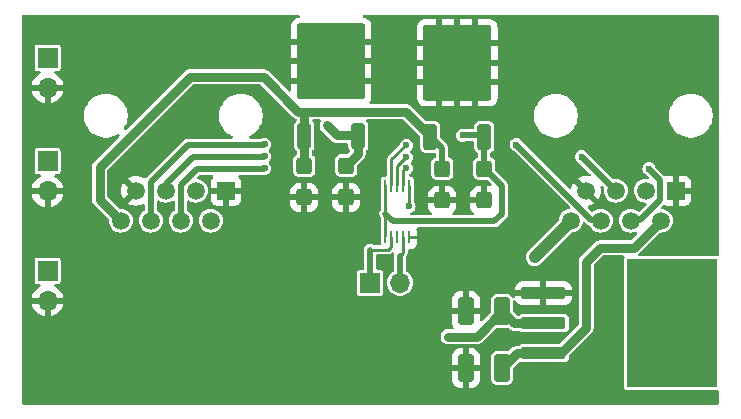
<source format=gtl>
%TF.GenerationSoftware,KiCad,Pcbnew,8.0.4*%
%TF.CreationDate,2024-08-23T02:05:05+01:00*%
%TF.ProjectId,PicoChainReference,5069636f-4368-4616-996e-526566657265,v1.1*%
%TF.SameCoordinates,Original*%
%TF.FileFunction,Copper,L1,Top*%
%TF.FilePolarity,Positive*%
%FSLAX46Y46*%
G04 Gerber Fmt 4.6, Leading zero omitted, Abs format (unit mm)*
G04 Created by KiCad (PCBNEW 8.0.4) date 2024-08-23 02:05:05*
%MOMM*%
%LPD*%
G01*
G04 APERTURE LIST*
G04 Aperture macros list*
%AMRoundRect*
0 Rectangle with rounded corners*
0 $1 Rounding radius*
0 $2 $3 $4 $5 $6 $7 $8 $9 X,Y pos of 4 corners*
0 Add a 4 corners polygon primitive as box body*
4,1,4,$2,$3,$4,$5,$6,$7,$8,$9,$2,$3,0*
0 Add four circle primitives for the rounded corners*
1,1,$1+$1,$2,$3*
1,1,$1+$1,$4,$5*
1,1,$1+$1,$6,$7*
1,1,$1+$1,$8,$9*
0 Add four rect primitives between the rounded corners*
20,1,$1+$1,$2,$3,$4,$5,0*
20,1,$1+$1,$4,$5,$6,$7,0*
20,1,$1+$1,$6,$7,$8,$9,0*
20,1,$1+$1,$8,$9,$2,$3,0*%
G04 Aperture macros list end*
%TA.AperFunction,SMDPad,CuDef*%
%ADD10RoundRect,0.250000X0.412500X0.925000X-0.412500X0.925000X-0.412500X-0.925000X0.412500X-0.925000X0*%
%TD*%
%TA.AperFunction,SMDPad,CuDef*%
%ADD11RoundRect,0.123750X-1.771250X-0.371250X1.771250X-0.371250X1.771250X0.371250X-1.771250X0.371250X0*%
%TD*%
%TA.AperFunction,SMDPad,CuDef*%
%ADD12R,7.620000X10.840000*%
%TD*%
%TA.AperFunction,SMDPad,CuDef*%
%ADD13RoundRect,0.250000X-0.425000X0.450000X-0.425000X-0.450000X0.425000X-0.450000X0.425000X0.450000X0*%
%TD*%
%TA.AperFunction,SMDPad,CuDef*%
%ADD14R,0.250000X1.100000*%
%TD*%
%TA.AperFunction,ComponentPad*%
%ADD15R,1.700000X1.700000*%
%TD*%
%TA.AperFunction,ComponentPad*%
%ADD16O,1.700000X1.700000*%
%TD*%
%TA.AperFunction,ComponentPad*%
%ADD17R,1.500000X1.500000*%
%TD*%
%TA.AperFunction,ComponentPad*%
%ADD18C,1.500000*%
%TD*%
%TA.AperFunction,SMDPad,CuDef*%
%ADD19RoundRect,0.250000X0.350000X-0.850000X0.350000X0.850000X-0.350000X0.850000X-0.350000X-0.850000X0*%
%TD*%
%TA.AperFunction,SMDPad,CuDef*%
%ADD20RoundRect,0.250000X1.125000X-1.275000X1.125000X1.275000X-1.125000X1.275000X-1.125000X-1.275000X0*%
%TD*%
%TA.AperFunction,SMDPad,CuDef*%
%ADD21RoundRect,0.249997X2.650003X-2.950003X2.650003X2.950003X-2.650003X2.950003X-2.650003X-2.950003X0*%
%TD*%
%TA.AperFunction,ViaPad*%
%ADD22C,0.600000*%
%TD*%
%TA.AperFunction,Conductor*%
%ADD23C,0.762000*%
%TD*%
%TA.AperFunction,Conductor*%
%ADD24C,0.254000*%
%TD*%
%TA.AperFunction,Conductor*%
%ADD25C,0.508000*%
%TD*%
%TA.AperFunction,Conductor*%
%ADD26C,1.016000*%
%TD*%
G04 APERTURE END LIST*
D10*
%TO.P,C6,1*%
%TO.N,/+12V(R)*%
X141145500Y-91599000D03*
%TO.P,C6,2*%
%TO.N,GND*%
X138070500Y-91599000D03*
%TD*%
D11*
%TO.P,U5,1,GND*%
%TO.N,GND*%
X144638000Y-90075000D03*
%TO.P,U5,2,VO*%
%TO.N,/+12V(R)*%
X144638000Y-92615000D03*
%TO.P,U5,3,VI*%
%TO.N,+24V*%
X144638000Y-95155000D03*
D12*
%TO.P,U5,4*%
%TO.N,N/C*%
X155518000Y-92615000D03*
%TD*%
D13*
%TO.P,C4,1*%
%TO.N,/+5V(M)*%
X127940000Y-79264000D03*
%TO.P,C4,2*%
%TO.N,GND*%
X127940000Y-81964000D03*
%TD*%
D14*
%TO.P,U2,1,V_{DD(A)}*%
%TO.N,+5V*%
X131258000Y-85304000D03*
%TO.P,U2,2,SDA*%
%TO.N,Net-(J5-Pin_1)*%
X131758000Y-85304000D03*
%TO.P,U2,3,EN*%
%TO.N,unconnected-(U2-EN-Pad3)*%
X132258000Y-85304000D03*
%TO.P,U2,4,SCL*%
%TO.N,Net-(J5-Pin_2)*%
X132758000Y-85304000D03*
%TO.P,U2,5,V_{SS}*%
%TO.N,GND*%
X133258000Y-85304000D03*
%TO.P,U2,6,DSCLM*%
%TO.N,Net-(U2-DSCLM)*%
X133258000Y-81004000D03*
%TO.P,U2,7,DSCLP*%
%TO.N,Net-(U2-DSCLP)*%
X132758000Y-81004000D03*
%TO.P,U2,8,DSDAP*%
%TO.N,Net-(U2-DSDAP)*%
X132258000Y-81004000D03*
%TO.P,U2,9,DSDAM*%
%TO.N,Net-(U2-DSDAM)*%
X131758000Y-81004000D03*
%TO.P,U2,10,V_{DD(B)}*%
%TO.N,+5V*%
X131258000Y-81004000D03*
%TD*%
D15*
%TO.P,J3,1,Pin_1*%
%TO.N,/+12V(R)*%
X102651000Y-88165000D03*
D16*
%TO.P,J3,2,Pin_2*%
%TO.N,GND*%
X102651000Y-90705000D03*
%TD*%
D17*
%TO.P,J1,1*%
%TO.N,GND*%
X117744500Y-81396000D03*
D18*
%TO.P,J1,2*%
%TO.N,+24V*%
X116474500Y-83936000D03*
%TO.P,J1,3*%
%TO.N,Net-(U2-DSCLM)*%
X115204500Y-81396000D03*
%TO.P,J1,4*%
%TO.N,Net-(U2-DSCLP)*%
X113934500Y-83936000D03*
%TO.P,J1,5*%
%TO.N,Net-(U2-DSDAP)*%
X112664500Y-81396000D03*
%TO.P,J1,6*%
%TO.N,Net-(U2-DSDAM)*%
X111394500Y-83936000D03*
%TO.P,J1,7*%
%TO.N,GND*%
X110124500Y-81396000D03*
%TO.P,J1,8*%
%TO.N,+12V*%
X108854500Y-83936000D03*
%TD*%
D13*
%TO.P,C1,1*%
%TO.N,+12V*%
X124384000Y-79264000D03*
%TO.P,C1,2*%
%TO.N,GND*%
X124384000Y-81964000D03*
%TD*%
D15*
%TO.P,J6,1,Pin_1*%
%TO.N,+5V*%
X102651000Y-78894000D03*
D16*
%TO.P,J6,2,Pin_2*%
%TO.N,GND*%
X102651000Y-81434000D03*
%TD*%
D13*
%TO.P,C3,1*%
%TO.N,+12V*%
X136068000Y-79518000D03*
%TO.P,C3,2*%
%TO.N,GND*%
X136068000Y-82218000D03*
%TD*%
%TO.P,C2,1*%
%TO.N,+5V*%
X139624000Y-79518000D03*
%TO.P,C2,2*%
%TO.N,GND*%
X139624000Y-82218000D03*
%TD*%
D19*
%TO.P,U3,1,VI*%
%TO.N,+12V*%
X135059000Y-76857000D03*
D20*
%TO.P,U3,2,GND*%
%TO.N,GND*%
X135814000Y-72232000D03*
X138864000Y-72232000D03*
D21*
X137339000Y-70557000D03*
D20*
X135814000Y-68882000D03*
X138864000Y-68882000D03*
D19*
%TO.P,U3,3,VO*%
%TO.N,+5V*%
X139619000Y-76857000D03*
%TD*%
D10*
%TO.P,C5,1*%
%TO.N,+24V*%
X141145500Y-96425000D03*
%TO.P,C5,2*%
%TO.N,GND*%
X138070500Y-96425000D03*
%TD*%
D15*
%TO.P,J5,1,Pin_1*%
%TO.N,Net-(J5-Pin_1)*%
X129951000Y-89186000D03*
D16*
%TO.P,J5,2,Pin_2*%
%TO.N,Net-(J5-Pin_2)*%
X132491000Y-89186000D03*
%TD*%
D17*
%TO.P,J2,1*%
%TO.N,GND*%
X155844500Y-81396000D03*
D18*
%TO.P,J2,2*%
%TO.N,+24V*%
X154574500Y-83936000D03*
%TO.P,J2,3*%
%TO.N,Net-(U2-DSCLM)*%
X153304500Y-81396000D03*
%TO.P,J2,4*%
%TO.N,Net-(U2-DSCLP)*%
X152034500Y-83936000D03*
%TO.P,J2,5*%
%TO.N,Net-(U2-DSDAP)*%
X150764500Y-81396000D03*
%TO.P,J2,6*%
%TO.N,Net-(U2-DSDAM)*%
X149494500Y-83936000D03*
%TO.P,J2,7*%
%TO.N,GND*%
X148224500Y-81396000D03*
%TO.P,J2,8*%
%TO.N,+12V*%
X146954500Y-83936000D03*
%TD*%
D19*
%TO.P,U4,1,VI*%
%TO.N,+12V*%
X124390000Y-76754000D03*
D20*
%TO.P,U4,2,GND*%
%TO.N,GND*%
X125145000Y-72129000D03*
X128195000Y-72129000D03*
D21*
X126670000Y-70454000D03*
D20*
X125145000Y-68779000D03*
X128195000Y-68779000D03*
D19*
%TO.P,U4,3,VO*%
%TO.N,/+5V(M)*%
X128950000Y-76754000D03*
%TD*%
D15*
%TO.P,J4,1,Pin_1*%
%TO.N,/+5V(M)*%
X102651000Y-70131000D03*
D16*
%TO.P,J4,2,Pin_2*%
%TO.N,GND*%
X102651000Y-72671000D03*
%TD*%
D22*
%TO.N,/+5V(M)*%
X126319000Y-75865000D03*
%TO.N,+5V*%
X137785000Y-76700000D03*
%TO.N,+12V*%
X143894750Y-86995750D03*
%TO.N,Net-(U2-DSDAP)*%
X121031000Y-78486000D03*
X147870500Y-78502000D03*
X133020000Y-78582000D03*
%TO.N,Net-(U2-DSDAM)*%
X121031000Y-77470000D03*
X142330500Y-77486000D03*
X133020000Y-77566000D03*
%TO.N,Net-(U2-DSCLM)*%
X133258000Y-82709000D03*
%TO.N,Net-(U2-DSCLP)*%
X121031000Y-79502000D03*
X153578000Y-79534000D03*
X133020000Y-79492000D03*
%TO.N,/+12V(R)*%
X136560000Y-93758000D03*
%TD*%
D23*
%TO.N,/+5V(M)*%
X127162000Y-76708000D02*
X128916000Y-76708000D01*
X126319000Y-75865000D02*
X127162000Y-76708000D01*
X128950000Y-78254000D02*
X127940000Y-79264000D01*
X128950000Y-76754000D02*
X128950000Y-78254000D01*
D24*
%TO.N,GND*%
X138070500Y-88794500D02*
X138070500Y-91599000D01*
X133258000Y-85304000D02*
X134580000Y-85304000D01*
X134580000Y-85304000D02*
X138070500Y-88794500D01*
D25*
%TO.N,+5V*%
X141132000Y-83344000D02*
X141132000Y-81002000D01*
X137793000Y-76708000D02*
X139470000Y-76708000D01*
D24*
X139624000Y-79438000D02*
X139624000Y-79494000D01*
X131258000Y-80924000D02*
X131258000Y-83328000D01*
D25*
X131258000Y-83328000D02*
X131930000Y-84000000D01*
D24*
X131258000Y-83328000D02*
X131258000Y-85224000D01*
X139624000Y-79772000D02*
X139624000Y-79438000D01*
D25*
X139624000Y-79438000D02*
X139624000Y-76782000D01*
X140476000Y-84000000D02*
X141132000Y-83344000D01*
X141132000Y-81002000D02*
X139624000Y-79494000D01*
X137785000Y-76700000D02*
X137793000Y-76708000D01*
X131930000Y-84000000D02*
X140476000Y-84000000D01*
D23*
%TO.N,+12V*%
X114681000Y-71755000D02*
X107061000Y-79375000D01*
D26*
X143894750Y-86995750D02*
X146954500Y-83936000D01*
D23*
X124390000Y-74698000D02*
X124390000Y-76674000D01*
X123876000Y-74692000D02*
X120939000Y-71755000D01*
D25*
X136068000Y-77786000D02*
X135059000Y-76777000D01*
D23*
X124384000Y-79184000D02*
X124384000Y-76680000D01*
X135059000Y-76777000D02*
X132988000Y-74706000D01*
D25*
X124384000Y-76680000D02*
X124390000Y-76674000D01*
D23*
X107061000Y-79375000D02*
X107061000Y-82142500D01*
X132988000Y-74692000D02*
X123876000Y-74692000D01*
X120939000Y-71755000D02*
X114681000Y-71755000D01*
D25*
X136068000Y-79438000D02*
X136068000Y-77786000D01*
D23*
X132988000Y-74706000D02*
X132988000Y-74692000D01*
X107061000Y-82142500D02*
X108854500Y-83936000D01*
D24*
%TO.N,Net-(J5-Pin_2)*%
X132758000Y-85304000D02*
X132758000Y-86638000D01*
D25*
X132491000Y-86905000D02*
X132496000Y-86900000D01*
X132491000Y-89186000D02*
X132491000Y-86905000D01*
D24*
X132758000Y-86638000D02*
X132496000Y-86900000D01*
D25*
%TO.N,Net-(U2-DSDAP)*%
X147870500Y-78502000D02*
X150764500Y-81396000D01*
D24*
X132258000Y-80924000D02*
X132258000Y-79264000D01*
X132258000Y-79264000D02*
X133020000Y-78502000D01*
D25*
X121015000Y-78502000D02*
X114986000Y-78502000D01*
X114986000Y-78502000D02*
X112664500Y-80823500D01*
%TO.N,Net-(U2-DSDAM)*%
X114535814Y-77486000D02*
X111394500Y-80627314D01*
X111394500Y-80627314D02*
X111394500Y-83856000D01*
X142330500Y-77486000D02*
X148700500Y-83856000D01*
D24*
X131758000Y-80924000D02*
X131758000Y-78748000D01*
D25*
X148700500Y-83856000D02*
X149494500Y-83856000D01*
X121015000Y-77486000D02*
X114535814Y-77486000D01*
D24*
X131758000Y-78748000D02*
X133020000Y-77486000D01*
%TO.N,Net-(U2-DSCLM)*%
X133258000Y-81004000D02*
X133258000Y-82709000D01*
D25*
%TO.N,Net-(U2-DSCLP)*%
X154508500Y-82159500D02*
X152812000Y-83856000D01*
X113934500Y-80883286D02*
X113934500Y-83856000D01*
X152812000Y-83856000D02*
X152467214Y-83856000D01*
X154508500Y-80464500D02*
X154508500Y-82159500D01*
X153578000Y-79534000D02*
X154508500Y-80464500D01*
X115283786Y-79534000D02*
X113934500Y-80883286D01*
D24*
X132758000Y-80924000D02*
X132758000Y-79674000D01*
D25*
X120999000Y-79534000D02*
X115283786Y-79534000D01*
D24*
X132758000Y-79674000D02*
X133020000Y-79412000D01*
%TO.N,Net-(J5-Pin_1)*%
X131758000Y-86133000D02*
X131499000Y-86392000D01*
X131758000Y-85304000D02*
X131758000Y-86133000D01*
X131499000Y-86392000D02*
X129956000Y-86392000D01*
D25*
X129951000Y-89186000D02*
X129951000Y-86397000D01*
X129951000Y-86397000D02*
X129956000Y-86392000D01*
D23*
%TO.N,+24V*%
X146085000Y-95155000D02*
X144638000Y-95155000D01*
X148244000Y-92996000D02*
X146085000Y-95155000D01*
X154574500Y-83936000D02*
X152277500Y-86233000D01*
X148244000Y-87408000D02*
X148244000Y-92996000D01*
X144688000Y-95125000D02*
X144638000Y-95075000D01*
X144638000Y-95155000D02*
X142415500Y-95155000D01*
X142415500Y-95155000D02*
X141145500Y-96425000D01*
X149419000Y-86233000D02*
X148244000Y-87408000D01*
X152277500Y-86233000D02*
X149419000Y-86233000D01*
%TO.N,/+12V(R)*%
X138986500Y-93758000D02*
X141145500Y-91599000D01*
X136560000Y-93758000D02*
X138986500Y-93758000D01*
X144638000Y-92615000D02*
X142161500Y-92615000D01*
X142161500Y-92615000D02*
X141145500Y-91599000D01*
%TD*%
%TA.AperFunction,Conductor*%
%TO.N,GND*%
G36*
X123967564Y-66520502D02*
G01*
X124014057Y-66574158D01*
X124024161Y-66644432D01*
X123994667Y-66709012D01*
X123934941Y-66747396D01*
X123912249Y-66751848D01*
X123894542Y-66753657D01*
X123894541Y-66753657D01*
X123865672Y-66756606D01*
X123697476Y-66812340D01*
X123546659Y-66905365D01*
X123546653Y-66905370D01*
X123421370Y-67030653D01*
X123421365Y-67030659D01*
X123328340Y-67181476D01*
X123272607Y-67349666D01*
X123272605Y-67349678D01*
X123262000Y-67453480D01*
X123262000Y-68525000D01*
X130078000Y-68525000D01*
X130078000Y-67556480D01*
X133931000Y-67556480D01*
X133931000Y-68628000D01*
X135560000Y-68628000D01*
X136068000Y-68628000D01*
X137085000Y-68628000D01*
X137593000Y-68628000D01*
X138610000Y-68628000D01*
X139118000Y-68628000D01*
X140747000Y-68628000D01*
X140747000Y-67556492D01*
X140739342Y-67481542D01*
X140739341Y-67481534D01*
X140736394Y-67452673D01*
X140736392Y-67452665D01*
X140680659Y-67284476D01*
X140587634Y-67133659D01*
X140587629Y-67133653D01*
X140462346Y-67008370D01*
X140462340Y-67008365D01*
X140311523Y-66915340D01*
X140143333Y-66859607D01*
X140143321Y-66859605D01*
X140039519Y-66849000D01*
X139118000Y-66849000D01*
X139118000Y-68628000D01*
X138610000Y-68628000D01*
X138610000Y-66849000D01*
X137593000Y-66849000D01*
X137593000Y-68628000D01*
X137085000Y-68628000D01*
X137085000Y-66849000D01*
X136068000Y-66849000D01*
X136068000Y-68628000D01*
X135560000Y-68628000D01*
X135560000Y-66849000D01*
X134638492Y-66849000D01*
X134563542Y-66856657D01*
X134563541Y-66856657D01*
X134534672Y-66859606D01*
X134366476Y-66915340D01*
X134215659Y-67008365D01*
X134215653Y-67008370D01*
X134090370Y-67133653D01*
X134090365Y-67133659D01*
X133997340Y-67284476D01*
X133941607Y-67452666D01*
X133941605Y-67452678D01*
X133931000Y-67556480D01*
X130078000Y-67556480D01*
X130078000Y-67453491D01*
X130068046Y-67356058D01*
X130067871Y-67352630D01*
X130067393Y-67349670D01*
X130011659Y-67181476D01*
X129918634Y-67030659D01*
X129918629Y-67030653D01*
X129793346Y-66905370D01*
X129793340Y-66905365D01*
X129642523Y-66812340D01*
X129474333Y-66756607D01*
X129474321Y-66756605D01*
X129427748Y-66751847D01*
X129362013Y-66725025D01*
X129321215Y-66666922D01*
X129318306Y-66595985D01*
X129354210Y-66534736D01*
X129417528Y-66502622D01*
X129440555Y-66500500D01*
X159373500Y-66500500D01*
X159441621Y-66520502D01*
X159488114Y-66574158D01*
X159499500Y-66626500D01*
X159499500Y-86816095D01*
X159479498Y-86884216D01*
X159425842Y-86930709D01*
X159359312Y-86940274D01*
X159359231Y-86941107D01*
X159355843Y-86940773D01*
X159355568Y-86940813D01*
X159354651Y-86940656D01*
X159353067Y-86940500D01*
X159353066Y-86940500D01*
X152772922Y-86940500D01*
X152704801Y-86920498D01*
X152658308Y-86866842D01*
X152648204Y-86796568D01*
X152677698Y-86731988D01*
X152683813Y-86725419D01*
X154431654Y-84977577D01*
X154493964Y-84943554D01*
X154533094Y-84941281D01*
X154574500Y-84945360D01*
X154574501Y-84945359D01*
X154574502Y-84945360D01*
X154574503Y-84945360D01*
X154771409Y-84925966D01*
X154771410Y-84925965D01*
X154771416Y-84925965D01*
X154960765Y-84868527D01*
X155135270Y-84775252D01*
X155288225Y-84649725D01*
X155413752Y-84496770D01*
X155507027Y-84322265D01*
X155564465Y-84132916D01*
X155566491Y-84112352D01*
X155583860Y-83936002D01*
X155583860Y-83935997D01*
X155564466Y-83739090D01*
X155564465Y-83739086D01*
X155564465Y-83739084D01*
X155507027Y-83549735D01*
X155413752Y-83375230D01*
X155288225Y-83222275D01*
X155135270Y-83096748D01*
X154960765Y-83003473D01*
X154771416Y-82946035D01*
X154771415Y-82946034D01*
X154771409Y-82946033D01*
X154735829Y-82942529D01*
X154669997Y-82915946D01*
X154628987Y-82857991D01*
X154625821Y-82787065D01*
X154659083Y-82728044D01*
X154749142Y-82637985D01*
X154811451Y-82603961D01*
X154882266Y-82609026D01*
X154985405Y-82647494D01*
X155045902Y-82653999D01*
X155045915Y-82654000D01*
X155590500Y-82654000D01*
X155590500Y-81679401D01*
X155611175Y-81700076D01*
X155697825Y-81750104D01*
X155794472Y-81776000D01*
X155894528Y-81776000D01*
X155991175Y-81750104D01*
X156077825Y-81700076D01*
X156098500Y-81679401D01*
X156098500Y-82654000D01*
X156643085Y-82654000D01*
X156643097Y-82653999D01*
X156703593Y-82647494D01*
X156840464Y-82596444D01*
X156840465Y-82596444D01*
X156957404Y-82508904D01*
X157044944Y-82391965D01*
X157044944Y-82391964D01*
X157095994Y-82255093D01*
X157102499Y-82194597D01*
X157102500Y-82194585D01*
X157102500Y-81650000D01*
X156127901Y-81650000D01*
X156148576Y-81629325D01*
X156198604Y-81542675D01*
X156224500Y-81446028D01*
X156224500Y-81345972D01*
X156198604Y-81249325D01*
X156148576Y-81162675D01*
X156127901Y-81142000D01*
X157102500Y-81142000D01*
X157102500Y-80597414D01*
X157102499Y-80597402D01*
X157095994Y-80536906D01*
X157044944Y-80400035D01*
X157044944Y-80400034D01*
X156957404Y-80283095D01*
X156840465Y-80195555D01*
X156703593Y-80144505D01*
X156643097Y-80138000D01*
X156098500Y-80138000D01*
X156098500Y-81112599D01*
X156077825Y-81091924D01*
X155991175Y-81041896D01*
X155894528Y-81016000D01*
X155794472Y-81016000D01*
X155697825Y-81041896D01*
X155611175Y-81091924D01*
X155590500Y-81112599D01*
X155590500Y-80138000D01*
X155045902Y-80138000D01*
X154977570Y-80145348D01*
X154977262Y-80142486D01*
X154919951Y-80139398D01*
X154872810Y-80109683D01*
X154111805Y-79348678D01*
X154084491Y-79307800D01*
X154062356Y-79254360D01*
X154062355Y-79254359D01*
X154062355Y-79254358D01*
X153973474Y-79138526D01*
X153973472Y-79138524D01*
X153973471Y-79138523D01*
X153857649Y-79049649D01*
X153857641Y-79049644D01*
X153722752Y-78993771D01*
X153578000Y-78974715D01*
X153433247Y-78993771D01*
X153370542Y-79019745D01*
X153298358Y-79049645D01*
X153298357Y-79049646D01*
X153298356Y-79049646D01*
X153182526Y-79138526D01*
X153093646Y-79254356D01*
X153093645Y-79254358D01*
X153069599Y-79312409D01*
X153037771Y-79389247D01*
X153018715Y-79533999D01*
X153018715Y-79534000D01*
X153037771Y-79678752D01*
X153093644Y-79813641D01*
X153093649Y-79813649D01*
X153182525Y-79929474D01*
X153298350Y-80018350D01*
X153298357Y-80018355D01*
X153351800Y-80040492D01*
X153392676Y-80067805D01*
X153506973Y-80182102D01*
X153540999Y-80244414D01*
X153535934Y-80315229D01*
X153493387Y-80372065D01*
X153426867Y-80396876D01*
X153405528Y-80396590D01*
X153304503Y-80386640D01*
X153304497Y-80386640D01*
X153107590Y-80406033D01*
X152918234Y-80463473D01*
X152743729Y-80556748D01*
X152590775Y-80682275D01*
X152465248Y-80835229D01*
X152371973Y-81009734D01*
X152314533Y-81199090D01*
X152295140Y-81395997D01*
X152295140Y-81396002D01*
X152314533Y-81592909D01*
X152314534Y-81592915D01*
X152314535Y-81592916D01*
X152371973Y-81782265D01*
X152465248Y-81956770D01*
X152590775Y-82109725D01*
X152743730Y-82235252D01*
X152918235Y-82328527D01*
X153107584Y-82385965D01*
X153107589Y-82385965D01*
X153107591Y-82385966D01*
X153164294Y-82391550D01*
X153256960Y-82400677D01*
X153322792Y-82427259D01*
X153363802Y-82485213D01*
X153366970Y-82556139D01*
X153333705Y-82615165D01*
X152817096Y-83131774D01*
X152754784Y-83165800D01*
X152683969Y-83160735D01*
X152648067Y-83140078D01*
X152637890Y-83131726D01*
X152595270Y-83096748D01*
X152420765Y-83003473D01*
X152231416Y-82946035D01*
X152231415Y-82946034D01*
X152231409Y-82946033D01*
X152034503Y-82926640D01*
X152034497Y-82926640D01*
X151837590Y-82946033D01*
X151648234Y-83003473D01*
X151473729Y-83096748D01*
X151320775Y-83222275D01*
X151195248Y-83375229D01*
X151101973Y-83549734D01*
X151044533Y-83739090D01*
X151025140Y-83935997D01*
X151025140Y-83936002D01*
X151044533Y-84132909D01*
X151044534Y-84132915D01*
X151044535Y-84132916D01*
X151101973Y-84322265D01*
X151195248Y-84496770D01*
X151320775Y-84649725D01*
X151473730Y-84775252D01*
X151648235Y-84868527D01*
X151837584Y-84925965D01*
X151837588Y-84925965D01*
X151837590Y-84925966D01*
X152034497Y-84945360D01*
X152034500Y-84945360D01*
X152034503Y-84945360D01*
X152231412Y-84925966D01*
X152231414Y-84925965D01*
X152231416Y-84925965D01*
X152402297Y-84874128D01*
X152473290Y-84873495D01*
X152533356Y-84911344D01*
X152563424Y-84975659D01*
X152553948Y-85046020D01*
X152527968Y-85083798D01*
X152365459Y-85246308D01*
X152051170Y-85560596D01*
X151988860Y-85594620D01*
X151962077Y-85597500D01*
X149356406Y-85597500D01*
X149233630Y-85621922D01*
X149233625Y-85621924D01*
X149117977Y-85669827D01*
X149013896Y-85739372D01*
X149013889Y-85739377D01*
X147750377Y-87002889D01*
X147750372Y-87002896D01*
X147680827Y-87106977D01*
X147632924Y-87222625D01*
X147632922Y-87222630D01*
X147608500Y-87345406D01*
X147608500Y-92680576D01*
X147588498Y-92748697D01*
X147571595Y-92769671D01*
X145972671Y-94368595D01*
X145910359Y-94402621D01*
X145883576Y-94405500D01*
X142830855Y-94405500D01*
X142768041Y-94414651D01*
X142757329Y-94416212D01*
X142757328Y-94416212D01*
X142757324Y-94416213D01*
X142643921Y-94471652D01*
X142643917Y-94471655D01*
X142632978Y-94482595D01*
X142570666Y-94516621D01*
X142543883Y-94519500D01*
X142352906Y-94519500D01*
X142230130Y-94543922D01*
X142230125Y-94543924D01*
X142114477Y-94591827D01*
X142010393Y-94661374D01*
X142010391Y-94661375D01*
X141712096Y-94959670D01*
X141649784Y-94993695D01*
X141609532Y-94995852D01*
X141606257Y-94995500D01*
X140684753Y-94995500D01*
X140684729Y-94995502D01*
X140624660Y-95001959D01*
X140624658Y-95001959D01*
X140488733Y-95052657D01*
X140372596Y-95139596D01*
X140285657Y-95255734D01*
X140234962Y-95391650D01*
X140234960Y-95391658D01*
X140228500Y-95451737D01*
X140228500Y-97398246D01*
X140228502Y-97398270D01*
X140234959Y-97458339D01*
X140234959Y-97458341D01*
X140285657Y-97594266D01*
X140285658Y-97594267D01*
X140372596Y-97710404D01*
X140488733Y-97797342D01*
X140624658Y-97848040D01*
X140684745Y-97854500D01*
X141606254Y-97854499D01*
X141666342Y-97848040D01*
X141802267Y-97797342D01*
X141918404Y-97710404D01*
X142005342Y-97594267D01*
X142056040Y-97458342D01*
X142062500Y-97398255D01*
X142062499Y-96458921D01*
X142082501Y-96390801D01*
X142099399Y-96369832D01*
X142571554Y-95897677D01*
X142633864Y-95863653D01*
X142704679Y-95868718D01*
X142715986Y-95873577D01*
X142734782Y-95882765D01*
X142757329Y-95893788D01*
X142830853Y-95904500D01*
X146445146Y-95904499D01*
X146518671Y-95893788D01*
X146560013Y-95873577D01*
X146632078Y-95838347D01*
X146632082Y-95838344D01*
X146721344Y-95749082D01*
X146721345Y-95749081D01*
X146776788Y-95635671D01*
X146787500Y-95562147D01*
X146787499Y-95403422D01*
X146807501Y-95335302D01*
X146824395Y-95314336D01*
X148737625Y-93401108D01*
X148807173Y-93297022D01*
X148855078Y-93181369D01*
X148879500Y-93058591D01*
X148879500Y-92933409D01*
X148879500Y-87723423D01*
X148899502Y-87655302D01*
X148916405Y-87634328D01*
X149645328Y-86905405D01*
X149707640Y-86871379D01*
X149734423Y-86868500D01*
X151384346Y-86868500D01*
X151452467Y-86888502D01*
X151498960Y-86942158D01*
X151509064Y-87012432D01*
X151489111Y-87064503D01*
X151468265Y-87095699D01*
X151453500Y-87169930D01*
X151453500Y-98060063D01*
X151453501Y-98060072D01*
X151468265Y-98134300D01*
X151524516Y-98218484D01*
X151608697Y-98274733D01*
X151608699Y-98274734D01*
X151682933Y-98289500D01*
X159353066Y-98289499D01*
X159353068Y-98289498D01*
X159359229Y-98288892D01*
X159359462Y-98291268D01*
X159419627Y-98296650D01*
X159475696Y-98340202D01*
X159499319Y-98407153D01*
X159499500Y-98413903D01*
X159499500Y-99373500D01*
X159479498Y-99441621D01*
X159425842Y-99488114D01*
X159373500Y-99499500D01*
X100626500Y-99499500D01*
X100558379Y-99479498D01*
X100511886Y-99425842D01*
X100500500Y-99373500D01*
X100500500Y-97400516D01*
X136900000Y-97400516D01*
X136910605Y-97504318D01*
X136910606Y-97504321D01*
X136966342Y-97672525D01*
X137059365Y-97823339D01*
X137059370Y-97823345D01*
X137184654Y-97948629D01*
X137184660Y-97948634D01*
X137335474Y-98041657D01*
X137503678Y-98097393D01*
X137503681Y-98097394D01*
X137607483Y-98107999D01*
X137607483Y-98108000D01*
X137816500Y-98108000D01*
X138324500Y-98108000D01*
X138533517Y-98108000D01*
X138533516Y-98107999D01*
X138637318Y-98097394D01*
X138637321Y-98097393D01*
X138805525Y-98041657D01*
X138956339Y-97948634D01*
X138956345Y-97948629D01*
X139081629Y-97823345D01*
X139081634Y-97823339D01*
X139174657Y-97672525D01*
X139230393Y-97504321D01*
X139230394Y-97504318D01*
X139240999Y-97400516D01*
X139241000Y-97400516D01*
X139241000Y-96679000D01*
X138324500Y-96679000D01*
X138324500Y-98108000D01*
X137816500Y-98108000D01*
X137816500Y-96679000D01*
X136900000Y-96679000D01*
X136900000Y-97400516D01*
X100500500Y-97400516D01*
X100500500Y-95449483D01*
X136900000Y-95449483D01*
X136900000Y-96171000D01*
X137816500Y-96171000D01*
X138324500Y-96171000D01*
X139241000Y-96171000D01*
X139241000Y-95449483D01*
X139230394Y-95345681D01*
X139230393Y-95345678D01*
X139174657Y-95177474D01*
X139081634Y-95026660D01*
X139081629Y-95026654D01*
X138956345Y-94901370D01*
X138956339Y-94901365D01*
X138805525Y-94808342D01*
X138637321Y-94752606D01*
X138637318Y-94752605D01*
X138533516Y-94742000D01*
X138324500Y-94742000D01*
X138324500Y-96171000D01*
X137816500Y-96171000D01*
X137816500Y-94742000D01*
X137607483Y-94742000D01*
X137503681Y-94752605D01*
X137503678Y-94752606D01*
X137335474Y-94808342D01*
X137184660Y-94901365D01*
X137184654Y-94901370D01*
X137059370Y-95026654D01*
X137059365Y-95026660D01*
X136966342Y-95177474D01*
X136910606Y-95345678D01*
X136910605Y-95345681D01*
X136900000Y-95449483D01*
X100500500Y-95449483D01*
X100500500Y-93695406D01*
X135924500Y-93695406D01*
X135924500Y-93695409D01*
X135924500Y-93820591D01*
X135948922Y-93943369D01*
X135996827Y-94059022D01*
X136066375Y-94163108D01*
X136154892Y-94251625D01*
X136258978Y-94321173D01*
X136374631Y-94369078D01*
X136497409Y-94393500D01*
X136497410Y-94393500D01*
X139049090Y-94393500D01*
X139049091Y-94393500D01*
X139171869Y-94369078D01*
X139287522Y-94321173D01*
X139391608Y-94251625D01*
X140578904Y-93064327D01*
X140641213Y-93030305D01*
X140681472Y-93028148D01*
X140684745Y-93028500D01*
X141606254Y-93028499D01*
X141609523Y-93028147D01*
X141679390Y-93040746D01*
X141712096Y-93064329D01*
X141756392Y-93108625D01*
X141860478Y-93178173D01*
X141976131Y-93226078D01*
X142098909Y-93250500D01*
X142224091Y-93250500D01*
X142543883Y-93250500D01*
X142612004Y-93270502D01*
X142632978Y-93287405D01*
X142643917Y-93298344D01*
X142643919Y-93298345D01*
X142757329Y-93353788D01*
X142830853Y-93364500D01*
X146445146Y-93364499D01*
X146518671Y-93353788D01*
X146527409Y-93349515D01*
X146632078Y-93298347D01*
X146632082Y-93298344D01*
X146721344Y-93209082D01*
X146721345Y-93209081D01*
X146776788Y-93095671D01*
X146787500Y-93022147D01*
X146787499Y-92207854D01*
X146776788Y-92134329D01*
X146776786Y-92134324D01*
X146721347Y-92020921D01*
X146721344Y-92020917D01*
X146632082Y-91931655D01*
X146632080Y-91931654D01*
X146518673Y-91876213D01*
X146518671Y-91876212D01*
X146445147Y-91865500D01*
X146445145Y-91865500D01*
X142830855Y-91865500D01*
X142768041Y-91874651D01*
X142757329Y-91876212D01*
X142757328Y-91876212D01*
X142757324Y-91876213D01*
X142643921Y-91931652D01*
X142643917Y-91931655D01*
X142632978Y-91942595D01*
X142570666Y-91976621D01*
X142543883Y-91979500D01*
X142476923Y-91979500D01*
X142408802Y-91959498D01*
X142387828Y-91942595D01*
X142099404Y-91654171D01*
X142065378Y-91591859D01*
X142062499Y-91565076D01*
X142062499Y-90787972D01*
X142082501Y-90719851D01*
X142136157Y-90673358D01*
X142206431Y-90663254D01*
X142271011Y-90692748D01*
X142296953Y-90723833D01*
X142363603Y-90836533D01*
X142476465Y-90949395D01*
X142476469Y-90949398D01*
X142613855Y-91030648D01*
X142767138Y-91075181D01*
X142802946Y-91078000D01*
X144384000Y-91078000D01*
X144892000Y-91078000D01*
X146473054Y-91078000D01*
X146508861Y-91075181D01*
X146662144Y-91030648D01*
X146799530Y-90949398D01*
X146799534Y-90949395D01*
X146912395Y-90836534D01*
X146912398Y-90836530D01*
X146993648Y-90699144D01*
X147038181Y-90545861D01*
X147041000Y-90510054D01*
X147041000Y-90329000D01*
X144892000Y-90329000D01*
X144892000Y-91078000D01*
X144384000Y-91078000D01*
X144384000Y-90329000D01*
X142235000Y-90329000D01*
X142235000Y-90357951D01*
X142214998Y-90426072D01*
X142161342Y-90472565D01*
X142091068Y-90482669D01*
X142026488Y-90453175D01*
X142008131Y-90433459D01*
X141918404Y-90313596D01*
X141887551Y-90290500D01*
X141802267Y-90226658D01*
X141802265Y-90226657D01*
X141802266Y-90226657D01*
X141666349Y-90175962D01*
X141666344Y-90175960D01*
X141666342Y-90175960D01*
X141636298Y-90172730D01*
X141606256Y-90169500D01*
X140684753Y-90169500D01*
X140684729Y-90169502D01*
X140624660Y-90175959D01*
X140624658Y-90175959D01*
X140488733Y-90226657D01*
X140372596Y-90313596D01*
X140285657Y-90429734D01*
X140234962Y-90565650D01*
X140234960Y-90565658D01*
X140228500Y-90625737D01*
X140228500Y-91565075D01*
X140208498Y-91633196D01*
X140191595Y-91654170D01*
X139456095Y-92389670D01*
X139393783Y-92423696D01*
X139322968Y-92418631D01*
X139266132Y-92376084D01*
X139241321Y-92309564D01*
X139241000Y-92300575D01*
X139241000Y-91853000D01*
X136900000Y-91853000D01*
X136900000Y-92574516D01*
X136910605Y-92678318D01*
X136910606Y-92678321D01*
X136966342Y-92846525D01*
X137018048Y-92930353D01*
X137036785Y-92998833D01*
X137015526Y-93066571D01*
X136961018Y-93112063D01*
X136910807Y-93122500D01*
X136497406Y-93122500D01*
X136374630Y-93146922D01*
X136374625Y-93146924D01*
X136258977Y-93194827D01*
X136154896Y-93264372D01*
X136154889Y-93264377D01*
X136066377Y-93352889D01*
X136066372Y-93352896D01*
X135996827Y-93456977D01*
X135948924Y-93572625D01*
X135948922Y-93572630D01*
X135924500Y-93695406D01*
X100500500Y-93695406D01*
X100500500Y-90450999D01*
X101314455Y-90450999D01*
X101314456Y-90451000D01*
X102220297Y-90451000D01*
X102185075Y-90512007D01*
X102151000Y-90639174D01*
X102151000Y-90770826D01*
X102185075Y-90897993D01*
X102220297Y-90959000D01*
X101314455Y-90959000D01*
X101362176Y-91147449D01*
X101362179Y-91147456D01*
X101452580Y-91353548D01*
X101575674Y-91541958D01*
X101728097Y-91707534D01*
X101905698Y-91845767D01*
X101905699Y-91845768D01*
X102103628Y-91952882D01*
X102103630Y-91952883D01*
X102316483Y-92025955D01*
X102316492Y-92025957D01*
X102397000Y-92039391D01*
X102397000Y-91135702D01*
X102458007Y-91170925D01*
X102585174Y-91205000D01*
X102716826Y-91205000D01*
X102843993Y-91170925D01*
X102905000Y-91135702D01*
X102905000Y-92039390D01*
X102985507Y-92025957D01*
X102985516Y-92025955D01*
X103198369Y-91952883D01*
X103198371Y-91952882D01*
X103396300Y-91845768D01*
X103396301Y-91845767D01*
X103573902Y-91707534D01*
X103726325Y-91541958D01*
X103849419Y-91353548D01*
X103939820Y-91147456D01*
X103939823Y-91147449D01*
X103987544Y-90959000D01*
X103081703Y-90959000D01*
X103116925Y-90897993D01*
X103151000Y-90770826D01*
X103151000Y-90639174D01*
X103146796Y-90623483D01*
X136900000Y-90623483D01*
X136900000Y-91345000D01*
X137816500Y-91345000D01*
X138324500Y-91345000D01*
X139241000Y-91345000D01*
X139241000Y-90623483D01*
X139230394Y-90519681D01*
X139230393Y-90519678D01*
X139174657Y-90351474D01*
X139081634Y-90200660D01*
X139081629Y-90200654D01*
X138956345Y-90075370D01*
X138956339Y-90075365D01*
X138805525Y-89982342D01*
X138637321Y-89926606D01*
X138637318Y-89926605D01*
X138533516Y-89916000D01*
X138324500Y-89916000D01*
X138324500Y-91345000D01*
X137816500Y-91345000D01*
X137816500Y-89916000D01*
X137607483Y-89916000D01*
X137503681Y-89926605D01*
X137503678Y-89926606D01*
X137335474Y-89982342D01*
X137184660Y-90075365D01*
X137184654Y-90075370D01*
X137059370Y-90200654D01*
X137059365Y-90200660D01*
X136966342Y-90351474D01*
X136910606Y-90519678D01*
X136910605Y-90519681D01*
X136900000Y-90623483D01*
X103146796Y-90623483D01*
X103116925Y-90512007D01*
X103081703Y-90451000D01*
X103987544Y-90451000D01*
X103987544Y-90450999D01*
X103939823Y-90262550D01*
X103939820Y-90262543D01*
X103849419Y-90056451D01*
X103726325Y-89868041D01*
X103573902Y-89702465D01*
X103396303Y-89564233D01*
X103289275Y-89506313D01*
X103238885Y-89456299D01*
X103223533Y-89386982D01*
X103248094Y-89320369D01*
X103304769Y-89277610D01*
X103349244Y-89269499D01*
X103526066Y-89269499D01*
X103526069Y-89269498D01*
X103526073Y-89269498D01*
X103575326Y-89259701D01*
X103600301Y-89254734D01*
X103684484Y-89198484D01*
X103740734Y-89114301D01*
X103755500Y-89040067D01*
X103755500Y-88310930D01*
X128846500Y-88310930D01*
X128846500Y-90061063D01*
X128846501Y-90061073D01*
X128861265Y-90135300D01*
X128917516Y-90219484D01*
X129001697Y-90275733D01*
X129001699Y-90275734D01*
X129075933Y-90290500D01*
X130826066Y-90290499D01*
X130826069Y-90290498D01*
X130826073Y-90290498D01*
X130875326Y-90280701D01*
X130900301Y-90275734D01*
X130984484Y-90219484D01*
X131040734Y-90135301D01*
X131055500Y-90061067D01*
X131055499Y-88310934D01*
X131055498Y-88310930D01*
X131055498Y-88310926D01*
X131040734Y-88236699D01*
X130984483Y-88152515D01*
X130900302Y-88096266D01*
X130826069Y-88081500D01*
X130826067Y-88081500D01*
X130585500Y-88081500D01*
X130517379Y-88061498D01*
X130470886Y-88007842D01*
X130459500Y-87955500D01*
X130459500Y-86899500D01*
X130479502Y-86831379D01*
X130533158Y-86784886D01*
X130585500Y-86773500D01*
X131549223Y-86773500D01*
X131549225Y-86773500D01*
X131646254Y-86747501D01*
X131646257Y-86747499D01*
X131646258Y-86747499D01*
X131713415Y-86708726D01*
X131733247Y-86697276D01*
X131792754Y-86637768D01*
X131855064Y-86603745D01*
X131925880Y-86608809D01*
X131982716Y-86651355D01*
X132007527Y-86717875D01*
X132003555Y-86759475D01*
X131982500Y-86838054D01*
X131982500Y-88131587D01*
X131962498Y-88199708D01*
X131922831Y-88238714D01*
X131822541Y-88300811D01*
X131822537Y-88300814D01*
X131671266Y-88438715D01*
X131547913Y-88602063D01*
X131456671Y-88785301D01*
X131400654Y-88982180D01*
X131381768Y-89185995D01*
X131381768Y-89186004D01*
X131400654Y-89389819D01*
X131450278Y-89564228D01*
X131456672Y-89586701D01*
X131547912Y-89769935D01*
X131547913Y-89769936D01*
X131671266Y-89933284D01*
X131822536Y-90071185D01*
X131996566Y-90178940D01*
X131996568Y-90178940D01*
X131996573Y-90178944D01*
X132187444Y-90252888D01*
X132388653Y-90290500D01*
X132388655Y-90290500D01*
X132593345Y-90290500D01*
X132593347Y-90290500D01*
X132794556Y-90252888D01*
X132985427Y-90178944D01*
X133159462Y-90071186D01*
X133310732Y-89933285D01*
X133315777Y-89926605D01*
X133360002Y-89868041D01*
X133434088Y-89769935D01*
X133498816Y-89639945D01*
X142235000Y-89639945D01*
X142235000Y-89821000D01*
X144384000Y-89821000D01*
X144892000Y-89821000D01*
X147041000Y-89821000D01*
X147041000Y-89639945D01*
X147038181Y-89604138D01*
X146993648Y-89450855D01*
X146912398Y-89313469D01*
X146912395Y-89313465D01*
X146799534Y-89200604D01*
X146799530Y-89200601D01*
X146662144Y-89119351D01*
X146508861Y-89074818D01*
X146473054Y-89072000D01*
X144892000Y-89072000D01*
X144892000Y-89821000D01*
X144384000Y-89821000D01*
X144384000Y-89072000D01*
X142802946Y-89072000D01*
X142767138Y-89074818D01*
X142613855Y-89119351D01*
X142476469Y-89200601D01*
X142476465Y-89200604D01*
X142363604Y-89313465D01*
X142363601Y-89313469D01*
X142282351Y-89450855D01*
X142237818Y-89604138D01*
X142235000Y-89639945D01*
X133498816Y-89639945D01*
X133525328Y-89586701D01*
X133581345Y-89389821D01*
X133598879Y-89200601D01*
X133600232Y-89186004D01*
X133600232Y-89185995D01*
X133581345Y-88982180D01*
X133581345Y-88982179D01*
X133525328Y-88785299D01*
X133434088Y-88602065D01*
X133393538Y-88548368D01*
X133310733Y-88438715D01*
X133159462Y-88300814D01*
X133159458Y-88300811D01*
X133059169Y-88238714D01*
X133011782Y-88185847D01*
X132999500Y-88131587D01*
X132999500Y-87002193D01*
X133003793Y-86969582D01*
X133006637Y-86958968D01*
X133008170Y-86959378D01*
X133033080Y-86903060D01*
X133040179Y-86895343D01*
X133063276Y-86872247D01*
X133095695Y-86816095D01*
X133113500Y-86785257D01*
X133113500Y-86785256D01*
X133113502Y-86785253D01*
X133139500Y-86688225D01*
X133139500Y-86587775D01*
X133139500Y-86587774D01*
X133139500Y-86488000D01*
X133159502Y-86419879D01*
X133213158Y-86373386D01*
X133265500Y-86362000D01*
X133431585Y-86362000D01*
X133431597Y-86361999D01*
X133492093Y-86355494D01*
X133628964Y-86304444D01*
X133628965Y-86304444D01*
X133745904Y-86216904D01*
X133833444Y-86099965D01*
X133833444Y-86099964D01*
X133884494Y-85963093D01*
X133890999Y-85902597D01*
X133891000Y-85902585D01*
X133891000Y-84705414D01*
X133890999Y-84705402D01*
X133884824Y-84647970D01*
X133897429Y-84578102D01*
X133945807Y-84526139D01*
X134010102Y-84508500D01*
X140542943Y-84508500D01*
X140542945Y-84508500D01*
X140672274Y-84473847D01*
X140788227Y-84406901D01*
X141538901Y-83656227D01*
X141605847Y-83540274D01*
X141640500Y-83410945D01*
X141640500Y-83277055D01*
X141640500Y-80935055D01*
X141605847Y-80805726D01*
X141577458Y-80756555D01*
X141538901Y-80689773D01*
X141538899Y-80689771D01*
X141538895Y-80689766D01*
X140590404Y-79741275D01*
X140556378Y-79678963D01*
X140553499Y-79652180D01*
X140553499Y-79019753D01*
X140553499Y-79019746D01*
X140547040Y-78959658D01*
X140496342Y-78823733D01*
X140409404Y-78707596D01*
X140293267Y-78620658D01*
X140255290Y-78606493D01*
X140214466Y-78591266D01*
X140157631Y-78548719D01*
X140132821Y-78482198D01*
X140132500Y-78473211D01*
X140132500Y-78271950D01*
X140152502Y-78203829D01*
X140206158Y-78157336D01*
X140212890Y-78154547D01*
X140213264Y-78154343D01*
X140213263Y-78154343D01*
X140213267Y-78154342D01*
X140329404Y-78067404D01*
X140416342Y-77951267D01*
X140467040Y-77815342D01*
X140473500Y-77755255D01*
X140473500Y-77486000D01*
X141771215Y-77486000D01*
X141774104Y-77507945D01*
X141790271Y-77630752D01*
X141846144Y-77765641D01*
X141846149Y-77765649D01*
X141935025Y-77881474D01*
X142050850Y-77970350D01*
X142050857Y-77970355D01*
X142104304Y-77992493D01*
X142145178Y-78019806D01*
X146854892Y-82729520D01*
X146888918Y-82791832D01*
X146883853Y-82862647D01*
X146841306Y-82919483D01*
X146778152Y-82944008D01*
X146757589Y-82946034D01*
X146757586Y-82946034D01*
X146757584Y-82946035D01*
X146638276Y-82982226D01*
X146568234Y-83003473D01*
X146393729Y-83096748D01*
X146240775Y-83222275D01*
X146115248Y-83375229D01*
X146021973Y-83549734D01*
X146021973Y-83549735D01*
X145964535Y-83739084D01*
X145959840Y-83786740D01*
X145957095Y-83814619D01*
X145930512Y-83880451D01*
X145920797Y-83891363D01*
X143302480Y-86509680D01*
X143302477Y-86509684D01*
X143219031Y-86634572D01*
X143161555Y-86773331D01*
X143161553Y-86773336D01*
X143132251Y-86920647D01*
X143132251Y-87070852D01*
X143161553Y-87218163D01*
X143161555Y-87218168D01*
X143219031Y-87356927D01*
X143302477Y-87481815D01*
X143302480Y-87481819D01*
X143408680Y-87588019D01*
X143408684Y-87588022D01*
X143408685Y-87588023D01*
X143533571Y-87671468D01*
X143672337Y-87728947D01*
X143819650Y-87758249D01*
X143819651Y-87758249D01*
X143969849Y-87758249D01*
X143969850Y-87758249D01*
X144117163Y-87728947D01*
X144255929Y-87671468D01*
X144380815Y-87588023D01*
X146999137Y-84969699D01*
X147061446Y-84935677D01*
X147075877Y-84933404D01*
X147112116Y-84929835D01*
X147151408Y-84925966D01*
X147151409Y-84925965D01*
X147151416Y-84925965D01*
X147340765Y-84868527D01*
X147515270Y-84775252D01*
X147668225Y-84649725D01*
X147793752Y-84496770D01*
X147887027Y-84322265D01*
X147944465Y-84132916D01*
X147944466Y-84132909D01*
X147946491Y-84112352D01*
X147973073Y-84046520D01*
X148031027Y-84005510D01*
X148101953Y-84002343D01*
X148160977Y-84035605D01*
X148388273Y-84262901D01*
X148388274Y-84262902D01*
X148388276Y-84262903D01*
X148491094Y-84322265D01*
X148491093Y-84322265D01*
X148491096Y-84322266D01*
X148504226Y-84329847D01*
X148523592Y-84335035D01*
X148584215Y-84371985D01*
X148602105Y-84397347D01*
X148642994Y-84473844D01*
X148655248Y-84496770D01*
X148780775Y-84649725D01*
X148933730Y-84775252D01*
X149108235Y-84868527D01*
X149297584Y-84925965D01*
X149297588Y-84925965D01*
X149297590Y-84925966D01*
X149494497Y-84945360D01*
X149494500Y-84945360D01*
X149494503Y-84945360D01*
X149691409Y-84925966D01*
X149691410Y-84925965D01*
X149691416Y-84925965D01*
X149880765Y-84868527D01*
X150055270Y-84775252D01*
X150208225Y-84649725D01*
X150333752Y-84496770D01*
X150427027Y-84322265D01*
X150484465Y-84132916D01*
X150486491Y-84112352D01*
X150503860Y-83936002D01*
X150503860Y-83935997D01*
X150484466Y-83739090D01*
X150484465Y-83739086D01*
X150484465Y-83739084D01*
X150427027Y-83549735D01*
X150333752Y-83375230D01*
X150208225Y-83222275D01*
X150055270Y-83096748D01*
X149880765Y-83003473D01*
X149691416Y-82946035D01*
X149691415Y-82946034D01*
X149691409Y-82946033D01*
X149494503Y-82926640D01*
X149494497Y-82926640D01*
X149297590Y-82946033D01*
X149108234Y-83003473D01*
X148933731Y-83096747D01*
X148933728Y-83096749D01*
X148871865Y-83147517D01*
X148806517Y-83175269D01*
X148736539Y-83163286D01*
X148702839Y-83139211D01*
X148408397Y-82844769D01*
X148374371Y-82782457D01*
X148379436Y-82711642D01*
X148421983Y-82654806D01*
X148464881Y-82633967D01*
X148656403Y-82582649D01*
X148656407Y-82582647D01*
X148855899Y-82489622D01*
X148916487Y-82447197D01*
X148245289Y-81776000D01*
X148274528Y-81776000D01*
X148371175Y-81750104D01*
X148457825Y-81700076D01*
X148528576Y-81629325D01*
X148578604Y-81542675D01*
X148604500Y-81446028D01*
X148604500Y-81416790D01*
X149275696Y-82087987D01*
X149275697Y-82087987D01*
X149318122Y-82027399D01*
X149411147Y-81827907D01*
X149411149Y-81827903D01*
X149468119Y-81615287D01*
X149487304Y-81396000D01*
X149468119Y-81176713D01*
X149458801Y-81141938D01*
X149460491Y-81070961D01*
X149500285Y-81012165D01*
X149565549Y-80984217D01*
X149635563Y-80995990D01*
X149669603Y-81020231D01*
X149739176Y-81089804D01*
X149773202Y-81152116D01*
X149773566Y-81192768D01*
X149775141Y-81192924D01*
X149755140Y-81395997D01*
X149755140Y-81396002D01*
X149774533Y-81592909D01*
X149774534Y-81592915D01*
X149774535Y-81592916D01*
X149831973Y-81782265D01*
X149925248Y-81956770D01*
X150050775Y-82109725D01*
X150203730Y-82235252D01*
X150378235Y-82328527D01*
X150567584Y-82385965D01*
X150567588Y-82385965D01*
X150567590Y-82385966D01*
X150764497Y-82405360D01*
X150764500Y-82405360D01*
X150764503Y-82405360D01*
X150961409Y-82385966D01*
X150961410Y-82385965D01*
X150961416Y-82385965D01*
X151150765Y-82328527D01*
X151325270Y-82235252D01*
X151478225Y-82109725D01*
X151603752Y-81956770D01*
X151697027Y-81782265D01*
X151754465Y-81592916D01*
X151759414Y-81542675D01*
X151773860Y-81396002D01*
X151773860Y-81395997D01*
X151754466Y-81199090D01*
X151754465Y-81199088D01*
X151754465Y-81199084D01*
X151697027Y-81009735D01*
X151603752Y-80835230D01*
X151478225Y-80682275D01*
X151325270Y-80556748D01*
X151150765Y-80463473D01*
X150961416Y-80406035D01*
X150961415Y-80406034D01*
X150961409Y-80406033D01*
X150764503Y-80386640D01*
X150764497Y-80386640D01*
X150561424Y-80406641D01*
X150561183Y-80404195D01*
X150501254Y-80398827D01*
X150458304Y-80370676D01*
X148404305Y-78316677D01*
X148376991Y-78275800D01*
X148354855Y-78222358D01*
X148265974Y-78106526D01*
X148265972Y-78106524D01*
X148265971Y-78106523D01*
X148150149Y-78017649D01*
X148150141Y-78017644D01*
X148015252Y-77961771D01*
X147870500Y-77942715D01*
X147725747Y-77961771D01*
X147675275Y-77982678D01*
X147590858Y-78017645D01*
X147590857Y-78017646D01*
X147590856Y-78017646D01*
X147475026Y-78106526D01*
X147386146Y-78222356D01*
X147386145Y-78222358D01*
X147365603Y-78271950D01*
X147330271Y-78357247D01*
X147311215Y-78501999D01*
X147311215Y-78502000D01*
X147330271Y-78646752D01*
X147386144Y-78781641D01*
X147386149Y-78781649D01*
X147475025Y-78897474D01*
X147590850Y-78986350D01*
X147590857Y-78986355D01*
X147644304Y-79008493D01*
X147685178Y-79035806D01*
X148600268Y-79950896D01*
X148634294Y-80013208D01*
X148629229Y-80084023D01*
X148586682Y-80140859D01*
X148520162Y-80165670D01*
X148478564Y-80161698D01*
X148443791Y-80152381D01*
X148224500Y-80133195D01*
X148005212Y-80152380D01*
X147792596Y-80209350D01*
X147792592Y-80209352D01*
X147593098Y-80302378D01*
X147532511Y-80344801D01*
X148203711Y-81016000D01*
X148174472Y-81016000D01*
X148077825Y-81041896D01*
X147991175Y-81091924D01*
X147920424Y-81162675D01*
X147870396Y-81249325D01*
X147844500Y-81345972D01*
X147844500Y-81375209D01*
X147173301Y-80704010D01*
X147130878Y-80764598D01*
X147037852Y-80964092D01*
X147037851Y-80964094D01*
X146986532Y-81155619D01*
X146949580Y-81216241D01*
X146885719Y-81247263D01*
X146815225Y-81238834D01*
X146775730Y-81212102D01*
X142864305Y-77300677D01*
X142836991Y-77259800D01*
X142827341Y-77236502D01*
X142814855Y-77206358D01*
X142725974Y-77090526D01*
X142725972Y-77090524D01*
X142725971Y-77090523D01*
X142610149Y-77001649D01*
X142610141Y-77001644D01*
X142475252Y-76945771D01*
X142330500Y-76926715D01*
X142185747Y-76945771D01*
X142132303Y-76967909D01*
X142050858Y-77001645D01*
X142050857Y-77001646D01*
X142050856Y-77001646D01*
X141935026Y-77090526D01*
X141846146Y-77206356D01*
X141846145Y-77206358D01*
X141818208Y-77273802D01*
X141790271Y-77341247D01*
X141773321Y-77470000D01*
X141771215Y-77486000D01*
X140473500Y-77486000D01*
X140473499Y-75958746D01*
X140467040Y-75898658D01*
X140416342Y-75762733D01*
X140329404Y-75646596D01*
X140213267Y-75559658D01*
X140213265Y-75559657D01*
X140213266Y-75559657D01*
X140077349Y-75508962D01*
X140077344Y-75508960D01*
X140077342Y-75508960D01*
X140047298Y-75505730D01*
X140017256Y-75502500D01*
X139220753Y-75502500D01*
X139220729Y-75502502D01*
X139160660Y-75508959D01*
X139160658Y-75508959D01*
X139024733Y-75559657D01*
X138908596Y-75646596D01*
X138821657Y-75762734D01*
X138770962Y-75898650D01*
X138770960Y-75898658D01*
X138764500Y-75958737D01*
X138764500Y-76073500D01*
X138744498Y-76141621D01*
X138690842Y-76188114D01*
X138638500Y-76199500D01*
X138050729Y-76199500D01*
X138002511Y-76189909D01*
X137929752Y-76159771D01*
X137785000Y-76140715D01*
X137640247Y-76159771D01*
X137572802Y-76187708D01*
X137505358Y-76215645D01*
X137505357Y-76215646D01*
X137505356Y-76215646D01*
X137389526Y-76304526D01*
X137300646Y-76420356D01*
X137300645Y-76420358D01*
X137272708Y-76487802D01*
X137244771Y-76555247D01*
X137225715Y-76699999D01*
X137225715Y-76700000D01*
X137244771Y-76844752D01*
X137300644Y-76979641D01*
X137300649Y-76979649D01*
X137389525Y-77095474D01*
X137505350Y-77184350D01*
X137505357Y-77184355D01*
X137640246Y-77240228D01*
X137785000Y-77259285D01*
X137929754Y-77240228D01*
X137963883Y-77226090D01*
X138012101Y-77216500D01*
X138638501Y-77216500D01*
X138706622Y-77236502D01*
X138753115Y-77290158D01*
X138764501Y-77342500D01*
X138764501Y-77755246D01*
X138764502Y-77755270D01*
X138770959Y-77815339D01*
X138770959Y-77815341D01*
X138821657Y-77951266D01*
X138829299Y-77961474D01*
X138908596Y-78067404D01*
X139024733Y-78154342D01*
X139024734Y-78154342D01*
X139024735Y-78154343D01*
X139033531Y-78157624D01*
X139090367Y-78200169D01*
X139115179Y-78266689D01*
X139115500Y-78275680D01*
X139115500Y-78473211D01*
X139095498Y-78541332D01*
X139041842Y-78587825D01*
X139033534Y-78591266D01*
X138954733Y-78620658D01*
X138838596Y-78707596D01*
X138751657Y-78823734D01*
X138700962Y-78959650D01*
X138700960Y-78959658D01*
X138694500Y-79019737D01*
X138694500Y-80016246D01*
X138694502Y-80016270D01*
X138700959Y-80076339D01*
X138700959Y-80076341D01*
X138751657Y-80212266D01*
X138756323Y-80218499D01*
X138838596Y-80328404D01*
X138954733Y-80415342D01*
X139090658Y-80466040D01*
X139150745Y-80472500D01*
X139831181Y-80472499D01*
X139899302Y-80492501D01*
X139920276Y-80509404D01*
X140207000Y-80796128D01*
X140241026Y-80858440D01*
X140235961Y-80929255D01*
X140193414Y-80986091D01*
X140126894Y-81010902D01*
X140105102Y-81010571D01*
X140099512Y-81010000D01*
X139878000Y-81010000D01*
X139878000Y-82346000D01*
X139857998Y-82414121D01*
X139804342Y-82460614D01*
X139752000Y-82472000D01*
X138441000Y-82472000D01*
X138441000Y-82718516D01*
X138451605Y-82822318D01*
X138451606Y-82822321D01*
X138507342Y-82990525D01*
X138600365Y-83141339D01*
X138600370Y-83141345D01*
X138725653Y-83266628D01*
X138725692Y-83266659D01*
X138725711Y-83266686D01*
X138730850Y-83271825D01*
X138729972Y-83272702D01*
X138766724Y-83324598D01*
X138769919Y-83395523D01*
X138734261Y-83456915D01*
X138671073Y-83489284D01*
X138647548Y-83491500D01*
X137044452Y-83491500D01*
X136976331Y-83471498D01*
X136929838Y-83417842D01*
X136919734Y-83347568D01*
X136949228Y-83282988D01*
X136966308Y-83266659D01*
X136966346Y-83266628D01*
X137091629Y-83141345D01*
X137091634Y-83141339D01*
X137184657Y-82990525D01*
X137240393Y-82822321D01*
X137240394Y-82822318D01*
X137250999Y-82718516D01*
X137251000Y-82718516D01*
X137251000Y-82472000D01*
X134885000Y-82472000D01*
X134885000Y-82718516D01*
X134895605Y-82822318D01*
X134895606Y-82822321D01*
X134951342Y-82990525D01*
X135044365Y-83141339D01*
X135044370Y-83141345D01*
X135169653Y-83266628D01*
X135169692Y-83266659D01*
X135169711Y-83266686D01*
X135174850Y-83271825D01*
X135173972Y-83272702D01*
X135210724Y-83324598D01*
X135213919Y-83395523D01*
X135178261Y-83456915D01*
X135115073Y-83489284D01*
X135091548Y-83491500D01*
X133451302Y-83491500D01*
X133383181Y-83471498D01*
X133336688Y-83417842D01*
X133326584Y-83347568D01*
X133356078Y-83282988D01*
X133403082Y-83249091D01*
X133537643Y-83193355D01*
X133653474Y-83104474D01*
X133742355Y-82988643D01*
X133798228Y-82853754D01*
X133817285Y-82709000D01*
X133798228Y-82564246D01*
X133742355Y-82429358D01*
X133740744Y-82427259D01*
X133665538Y-82329248D01*
X133639937Y-82263028D01*
X133639500Y-82252544D01*
X133639500Y-81717483D01*
X134885000Y-81717483D01*
X134885000Y-81964000D01*
X135814000Y-81964000D01*
X136322000Y-81964000D01*
X137251000Y-81964000D01*
X137251000Y-81717483D01*
X138441000Y-81717483D01*
X138441000Y-81964000D01*
X139370000Y-81964000D01*
X139370000Y-81010000D01*
X139148483Y-81010000D01*
X139044681Y-81020605D01*
X139044678Y-81020606D01*
X138876474Y-81076342D01*
X138725660Y-81169365D01*
X138725654Y-81169370D01*
X138600370Y-81294654D01*
X138600365Y-81294660D01*
X138507342Y-81445474D01*
X138451606Y-81613678D01*
X138451605Y-81613681D01*
X138441000Y-81717483D01*
X137251000Y-81717483D01*
X137240394Y-81613681D01*
X137240393Y-81613678D01*
X137184657Y-81445474D01*
X137091634Y-81294660D01*
X137091629Y-81294654D01*
X136966345Y-81169370D01*
X136966339Y-81169365D01*
X136815525Y-81076342D01*
X136647321Y-81020606D01*
X136647318Y-81020605D01*
X136543516Y-81010000D01*
X136322000Y-81010000D01*
X136322000Y-81964000D01*
X135814000Y-81964000D01*
X135814000Y-81010000D01*
X135592483Y-81010000D01*
X135488681Y-81020605D01*
X135488678Y-81020606D01*
X135320474Y-81076342D01*
X135169660Y-81169365D01*
X135169654Y-81169370D01*
X135044370Y-81294654D01*
X135044365Y-81294660D01*
X134951342Y-81445474D01*
X134895606Y-81613678D01*
X134895605Y-81613681D01*
X134885000Y-81717483D01*
X133639500Y-81717483D01*
X133639500Y-80953770D01*
X133638577Y-80946759D01*
X133637499Y-80930315D01*
X133637499Y-80428936D01*
X133637498Y-80428927D01*
X133622734Y-80354699D01*
X133600167Y-80320926D01*
X133566484Y-80270516D01*
X133537295Y-80251012D01*
X133482302Y-80214266D01*
X133408069Y-80199500D01*
X133408067Y-80199500D01*
X133380019Y-80199500D01*
X133311898Y-80179498D01*
X133265405Y-80125842D01*
X133255301Y-80055568D01*
X133284795Y-79990988D01*
X133303315Y-79973538D01*
X133415474Y-79887474D01*
X133449370Y-79843300D01*
X133504355Y-79771643D01*
X133560228Y-79636754D01*
X133579285Y-79492000D01*
X133560228Y-79347246D01*
X133504355Y-79212358D01*
X133486911Y-79189625D01*
X133428655Y-79113704D01*
X133403054Y-79047484D01*
X133417318Y-78977935D01*
X133428649Y-78960303D01*
X133504355Y-78861643D01*
X133560228Y-78726754D01*
X133579285Y-78582000D01*
X133560228Y-78437246D01*
X133504355Y-78302358D01*
X133415474Y-78186526D01*
X133415472Y-78186524D01*
X133415471Y-78186523D01*
X133399101Y-78173962D01*
X133357234Y-78116624D01*
X133353012Y-78045753D01*
X133387776Y-77983851D01*
X133399101Y-77974038D01*
X133415474Y-77961474D01*
X133428346Y-77944699D01*
X133504355Y-77845643D01*
X133560228Y-77710754D01*
X133579285Y-77566000D01*
X133560228Y-77421246D01*
X133504355Y-77286358D01*
X133415474Y-77170526D01*
X133415472Y-77170524D01*
X133415471Y-77170523D01*
X133299649Y-77081649D01*
X133299641Y-77081644D01*
X133164752Y-77025771D01*
X133020000Y-77006715D01*
X132875247Y-77025771D01*
X132807802Y-77053708D01*
X132740358Y-77081645D01*
X132740357Y-77081646D01*
X132740356Y-77081646D01*
X132624526Y-77170526D01*
X132535646Y-77286356D01*
X132535645Y-77286358D01*
X132512909Y-77341247D01*
X132479771Y-77421247D01*
X132475430Y-77454224D01*
X132446707Y-77519151D01*
X132439603Y-77526872D01*
X131506030Y-78460445D01*
X131506028Y-78460448D01*
X131452729Y-78513746D01*
X131452721Y-78513756D01*
X131402500Y-78600741D01*
X131376500Y-78697776D01*
X131376500Y-80073500D01*
X131356498Y-80141621D01*
X131302842Y-80188114D01*
X131250501Y-80199500D01*
X131107937Y-80199500D01*
X131107926Y-80199501D01*
X131033699Y-80214265D01*
X130949515Y-80270516D01*
X130893266Y-80354697D01*
X130878500Y-80428930D01*
X130878500Y-80850324D01*
X130877423Y-80866767D01*
X130876501Y-80873771D01*
X130876500Y-80873775D01*
X130876500Y-80873779D01*
X130876500Y-82939898D01*
X130856498Y-83008019D01*
X130851343Y-83015349D01*
X130784155Y-83131721D01*
X130784154Y-83131724D01*
X130784153Y-83131726D01*
X130749500Y-83261055D01*
X130749500Y-83394945D01*
X130784153Y-83524274D01*
X130784154Y-83524276D01*
X130784155Y-83524278D01*
X130855229Y-83647380D01*
X130853854Y-83648173D01*
X130876063Y-83705616D01*
X130876500Y-83716101D01*
X130876500Y-85274222D01*
X130877423Y-85281235D01*
X130878500Y-85297678D01*
X130878501Y-85884500D01*
X130858499Y-85952621D01*
X130804843Y-85999114D01*
X130752501Y-86010500D01*
X130344101Y-86010500D01*
X130275980Y-85990498D01*
X130268643Y-85985339D01*
X130152278Y-85918155D01*
X130152276Y-85918154D01*
X130152274Y-85918153D01*
X130022945Y-85883500D01*
X129889055Y-85883500D01*
X129759726Y-85918153D01*
X129759724Y-85918154D01*
X129759721Y-85918155D01*
X129643776Y-85985096D01*
X129643766Y-85985104D01*
X129544104Y-86084766D01*
X129544096Y-86084776D01*
X129501964Y-86157752D01*
X129501964Y-86157753D01*
X129477153Y-86200724D01*
X129477153Y-86200725D01*
X129442500Y-86330056D01*
X129442500Y-87955500D01*
X129422498Y-88023621D01*
X129368842Y-88070114D01*
X129316501Y-88081500D01*
X129075936Y-88081500D01*
X129075926Y-88081501D01*
X129001699Y-88096265D01*
X128917515Y-88152516D01*
X128861266Y-88236697D01*
X128846500Y-88310930D01*
X103755500Y-88310930D01*
X103755499Y-87289934D01*
X103755498Y-87289930D01*
X103755498Y-87289926D01*
X103740734Y-87215699D01*
X103684483Y-87131515D01*
X103600302Y-87075266D01*
X103526067Y-87060500D01*
X101775936Y-87060500D01*
X101775926Y-87060501D01*
X101701699Y-87075265D01*
X101617515Y-87131516D01*
X101561266Y-87215697D01*
X101546500Y-87289930D01*
X101546500Y-89040063D01*
X101546501Y-89040073D01*
X101561265Y-89114300D01*
X101617516Y-89198484D01*
X101701697Y-89254733D01*
X101701699Y-89254734D01*
X101775933Y-89269500D01*
X101952755Y-89269499D01*
X102020873Y-89289501D01*
X102067366Y-89343156D01*
X102077471Y-89413430D01*
X102047978Y-89478011D01*
X102012723Y-89506312D01*
X101905704Y-89564228D01*
X101905698Y-89564232D01*
X101728097Y-89702465D01*
X101575674Y-89868041D01*
X101452580Y-90056451D01*
X101362179Y-90262543D01*
X101362176Y-90262550D01*
X101314455Y-90450999D01*
X100500500Y-90450999D01*
X100500500Y-81179999D01*
X101314455Y-81179999D01*
X101314456Y-81180000D01*
X102220297Y-81180000D01*
X102185075Y-81241007D01*
X102151000Y-81368174D01*
X102151000Y-81499826D01*
X102185075Y-81626993D01*
X102220297Y-81688000D01*
X101314455Y-81688000D01*
X101362176Y-81876449D01*
X101362179Y-81876456D01*
X101452580Y-82082548D01*
X101575674Y-82270958D01*
X101728097Y-82436534D01*
X101905698Y-82574767D01*
X101905699Y-82574768D01*
X102103628Y-82681882D01*
X102103630Y-82681883D01*
X102316483Y-82754955D01*
X102316492Y-82754957D01*
X102397000Y-82768391D01*
X102397000Y-81864702D01*
X102458007Y-81899925D01*
X102585174Y-81934000D01*
X102716826Y-81934000D01*
X102843993Y-81899925D01*
X102905000Y-81864702D01*
X102905000Y-82768390D01*
X102985507Y-82754957D01*
X102985516Y-82754955D01*
X103198369Y-82681883D01*
X103198371Y-82681882D01*
X103396300Y-82574768D01*
X103396301Y-82574767D01*
X103573902Y-82436534D01*
X103726325Y-82270958D01*
X103849419Y-82082548D01*
X103939820Y-81876456D01*
X103939823Y-81876449D01*
X103987544Y-81688000D01*
X103081703Y-81688000D01*
X103116925Y-81626993D01*
X103151000Y-81499826D01*
X103151000Y-81368174D01*
X103116925Y-81241007D01*
X103081703Y-81180000D01*
X103987544Y-81180000D01*
X103987544Y-81179999D01*
X103939823Y-80991550D01*
X103939820Y-80991543D01*
X103849419Y-80785451D01*
X103726325Y-80597041D01*
X103573902Y-80431465D01*
X103396303Y-80293233D01*
X103289275Y-80235313D01*
X103238885Y-80185299D01*
X103223533Y-80115982D01*
X103248094Y-80049369D01*
X103304769Y-80006610D01*
X103349244Y-79998499D01*
X103526066Y-79998499D01*
X103526069Y-79998498D01*
X103526073Y-79998498D01*
X103587148Y-79986350D01*
X103600301Y-79983734D01*
X103684484Y-79927484D01*
X103740734Y-79843301D01*
X103755500Y-79769067D01*
X103755499Y-78018934D01*
X103755498Y-78018930D01*
X103755498Y-78018926D01*
X103740734Y-77944699D01*
X103684483Y-77860515D01*
X103600302Y-77804266D01*
X103526067Y-77789500D01*
X101775936Y-77789500D01*
X101775926Y-77789501D01*
X101701699Y-77804265D01*
X101617515Y-77860516D01*
X101561266Y-77944697D01*
X101546500Y-78018930D01*
X101546500Y-79769063D01*
X101546501Y-79769073D01*
X101561265Y-79843300D01*
X101617516Y-79927484D01*
X101701697Y-79983733D01*
X101701699Y-79983734D01*
X101775933Y-79998500D01*
X101952755Y-79998499D01*
X102020873Y-80018501D01*
X102067366Y-80072156D01*
X102077471Y-80142430D01*
X102047978Y-80207011D01*
X102012723Y-80235312D01*
X101905704Y-80293228D01*
X101905698Y-80293232D01*
X101728097Y-80431465D01*
X101575674Y-80597041D01*
X101452580Y-80785451D01*
X101362179Y-80991543D01*
X101362176Y-80991550D01*
X101314455Y-81179999D01*
X100500500Y-81179999D01*
X100500500Y-74924709D01*
X105734000Y-74924709D01*
X105734000Y-75167290D01*
X105765660Y-75407782D01*
X105828444Y-75642095D01*
X105828445Y-75642097D01*
X105828446Y-75642100D01*
X105921276Y-75866212D01*
X105921277Y-75866213D01*
X105921282Y-75866224D01*
X106042561Y-76076285D01*
X106042563Y-76076288D01*
X106042564Y-76076289D01*
X106190235Y-76268738D01*
X106190239Y-76268742D01*
X106190244Y-76268748D01*
X106361751Y-76440255D01*
X106361756Y-76440259D01*
X106361762Y-76440265D01*
X106511610Y-76555247D01*
X106554214Y-76587938D01*
X106764275Y-76709217D01*
X106764279Y-76709218D01*
X106764288Y-76709224D01*
X106988400Y-76802054D01*
X107222711Y-76864838D01*
X107222715Y-76864838D01*
X107222717Y-76864839D01*
X107284702Y-76872999D01*
X107463212Y-76896500D01*
X107463219Y-76896500D01*
X107705781Y-76896500D01*
X107705788Y-76896500D01*
X107923137Y-76867885D01*
X107946282Y-76864839D01*
X107946282Y-76864838D01*
X107946289Y-76864838D01*
X108180600Y-76802054D01*
X108404712Y-76709224D01*
X108577485Y-76609473D01*
X108646478Y-76592736D01*
X108713570Y-76615956D01*
X108757457Y-76671763D01*
X108764206Y-76742438D01*
X108731674Y-76805542D01*
X108729578Y-76807688D01*
X106655892Y-78881375D01*
X106567377Y-78969889D01*
X106567372Y-78969896D01*
X106497827Y-79073977D01*
X106449924Y-79189625D01*
X106449922Y-79189630D01*
X106425500Y-79312406D01*
X106425500Y-82205093D01*
X106449922Y-82327869D01*
X106449924Y-82327874D01*
X106450493Y-82329248D01*
X106497827Y-82443522D01*
X106567375Y-82547608D01*
X106567377Y-82547610D01*
X107812919Y-83793152D01*
X107846945Y-83855464D01*
X107849217Y-83894596D01*
X107845140Y-83935995D01*
X107845140Y-83936002D01*
X107864533Y-84132909D01*
X107864534Y-84132915D01*
X107864535Y-84132916D01*
X107921973Y-84322265D01*
X108015248Y-84496770D01*
X108140775Y-84649725D01*
X108293730Y-84775252D01*
X108468235Y-84868527D01*
X108657584Y-84925965D01*
X108657588Y-84925965D01*
X108657590Y-84925966D01*
X108854497Y-84945360D01*
X108854500Y-84945360D01*
X108854503Y-84945360D01*
X109051409Y-84925966D01*
X109051410Y-84925965D01*
X109051416Y-84925965D01*
X109240765Y-84868527D01*
X109415270Y-84775252D01*
X109568225Y-84649725D01*
X109693752Y-84496770D01*
X109787027Y-84322265D01*
X109844465Y-84132916D01*
X109846491Y-84112352D01*
X109863860Y-83936002D01*
X109863860Y-83935997D01*
X109844466Y-83739090D01*
X109844465Y-83739086D01*
X109844465Y-83739084D01*
X109787027Y-83549735D01*
X109693752Y-83375230D01*
X109568225Y-83222275D01*
X109415270Y-83096748D01*
X109240765Y-83003473D01*
X109051416Y-82946035D01*
X109051415Y-82946034D01*
X109051409Y-82946033D01*
X108854503Y-82926640D01*
X108854495Y-82926640D01*
X108813096Y-82930717D01*
X108743343Y-82917488D01*
X108711652Y-82894419D01*
X107733405Y-81916172D01*
X107699379Y-81853860D01*
X107696500Y-81827077D01*
X107696500Y-81396000D01*
X108861695Y-81396000D01*
X108880880Y-81615287D01*
X108937850Y-81827903D01*
X108937852Y-81827907D01*
X109030879Y-82027403D01*
X109073300Y-82087987D01*
X109744500Y-81416788D01*
X109744500Y-81446028D01*
X109770396Y-81542675D01*
X109820424Y-81629325D01*
X109891175Y-81700076D01*
X109977825Y-81750104D01*
X110074472Y-81776000D01*
X110103708Y-81776000D01*
X109432511Y-82447196D01*
X109432511Y-82447198D01*
X109493097Y-82489621D01*
X109692592Y-82582647D01*
X109692596Y-82582649D01*
X109905212Y-82639619D01*
X110124500Y-82658804D01*
X110343787Y-82639619D01*
X110556403Y-82582649D01*
X110556407Y-82582647D01*
X110706750Y-82512541D01*
X110776941Y-82501880D01*
X110841754Y-82530860D01*
X110880611Y-82590279D01*
X110886000Y-82626736D01*
X110886000Y-82994473D01*
X110865998Y-83062594D01*
X110837514Y-83091601D01*
X110838515Y-83092821D01*
X110680775Y-83222275D01*
X110555248Y-83375229D01*
X110461973Y-83549734D01*
X110404533Y-83739090D01*
X110385140Y-83935997D01*
X110385140Y-83936002D01*
X110404533Y-84132909D01*
X110404534Y-84132915D01*
X110404535Y-84132916D01*
X110461973Y-84322265D01*
X110555248Y-84496770D01*
X110680775Y-84649725D01*
X110833730Y-84775252D01*
X111008235Y-84868527D01*
X111197584Y-84925965D01*
X111197588Y-84925965D01*
X111197590Y-84925966D01*
X111394497Y-84945360D01*
X111394500Y-84945360D01*
X111394503Y-84945360D01*
X111591409Y-84925966D01*
X111591410Y-84925965D01*
X111591416Y-84925965D01*
X111780765Y-84868527D01*
X111955270Y-84775252D01*
X112108225Y-84649725D01*
X112233752Y-84496770D01*
X112327027Y-84322265D01*
X112384465Y-84132916D01*
X112386491Y-84112352D01*
X112403860Y-83936002D01*
X112403860Y-83935997D01*
X112384466Y-83739090D01*
X112384465Y-83739086D01*
X112384465Y-83739084D01*
X112327027Y-83549735D01*
X112233752Y-83375230D01*
X112108225Y-83222275D01*
X111955270Y-83096748D01*
X111950485Y-83092821D01*
X111952039Y-83090927D01*
X111913449Y-83044713D01*
X111903000Y-82994473D01*
X111903000Y-82336857D01*
X111923002Y-82268736D01*
X111976658Y-82222243D01*
X112046932Y-82212139D01*
X112099007Y-82232095D01*
X112103721Y-82235244D01*
X112103730Y-82235252D01*
X112278235Y-82328527D01*
X112467584Y-82385965D01*
X112467588Y-82385965D01*
X112467590Y-82385966D01*
X112664497Y-82405360D01*
X112664500Y-82405360D01*
X112664503Y-82405360D01*
X112861409Y-82385966D01*
X112861410Y-82385965D01*
X112861416Y-82385965D01*
X113050765Y-82328527D01*
X113225270Y-82235252D01*
X113225283Y-82235241D01*
X113229993Y-82232095D01*
X113297745Y-82210877D01*
X113366212Y-82229657D01*
X113413658Y-82282471D01*
X113426000Y-82336857D01*
X113426000Y-82994473D01*
X113405998Y-83062594D01*
X113377514Y-83091601D01*
X113378515Y-83092821D01*
X113220775Y-83222275D01*
X113095248Y-83375229D01*
X113001973Y-83549734D01*
X112944533Y-83739090D01*
X112925140Y-83935997D01*
X112925140Y-83936002D01*
X112944533Y-84132909D01*
X112944534Y-84132915D01*
X112944535Y-84132916D01*
X113001973Y-84322265D01*
X113095248Y-84496770D01*
X113220775Y-84649725D01*
X113373730Y-84775252D01*
X113548235Y-84868527D01*
X113737584Y-84925965D01*
X113737588Y-84925965D01*
X113737590Y-84925966D01*
X113934497Y-84945360D01*
X113934500Y-84945360D01*
X113934503Y-84945360D01*
X114131409Y-84925966D01*
X114131410Y-84925965D01*
X114131416Y-84925965D01*
X114320765Y-84868527D01*
X114495270Y-84775252D01*
X114648225Y-84649725D01*
X114773752Y-84496770D01*
X114867027Y-84322265D01*
X114924465Y-84132916D01*
X114926491Y-84112352D01*
X114943860Y-83936002D01*
X114943860Y-83935997D01*
X115465140Y-83935997D01*
X115465140Y-83936002D01*
X115484533Y-84132909D01*
X115484534Y-84132915D01*
X115484535Y-84132916D01*
X115541973Y-84322265D01*
X115635248Y-84496770D01*
X115760775Y-84649725D01*
X115913730Y-84775252D01*
X116088235Y-84868527D01*
X116277584Y-84925965D01*
X116277588Y-84925965D01*
X116277590Y-84925966D01*
X116474497Y-84945360D01*
X116474500Y-84945360D01*
X116474503Y-84945360D01*
X116671409Y-84925966D01*
X116671410Y-84925965D01*
X116671416Y-84925965D01*
X116860765Y-84868527D01*
X117035270Y-84775252D01*
X117188225Y-84649725D01*
X117313752Y-84496770D01*
X117407027Y-84322265D01*
X117464465Y-84132916D01*
X117466491Y-84112352D01*
X117483860Y-83936002D01*
X117483860Y-83935997D01*
X117464466Y-83739090D01*
X117464465Y-83739086D01*
X117464465Y-83739084D01*
X117407027Y-83549735D01*
X117313752Y-83375230D01*
X117188225Y-83222275D01*
X117035270Y-83096748D01*
X116860765Y-83003473D01*
X116671416Y-82946035D01*
X116671415Y-82946034D01*
X116671409Y-82946033D01*
X116474503Y-82926640D01*
X116474497Y-82926640D01*
X116277590Y-82946033D01*
X116088234Y-83003473D01*
X115913729Y-83096748D01*
X115760775Y-83222275D01*
X115635248Y-83375229D01*
X115541973Y-83549734D01*
X115484533Y-83739090D01*
X115465140Y-83935997D01*
X114943860Y-83935997D01*
X114924466Y-83739090D01*
X114924465Y-83739086D01*
X114924465Y-83739084D01*
X114867027Y-83549735D01*
X114773752Y-83375230D01*
X114648225Y-83222275D01*
X114495270Y-83096748D01*
X114490485Y-83092821D01*
X114492039Y-83090927D01*
X114453449Y-83044713D01*
X114443000Y-82994473D01*
X114443000Y-82336857D01*
X114463002Y-82268736D01*
X114516658Y-82222243D01*
X114586932Y-82212139D01*
X114639007Y-82232095D01*
X114643721Y-82235244D01*
X114643730Y-82235252D01*
X114818235Y-82328527D01*
X115007584Y-82385965D01*
X115007588Y-82385965D01*
X115007590Y-82385966D01*
X115204497Y-82405360D01*
X115204500Y-82405360D01*
X115204503Y-82405360D01*
X115401409Y-82385966D01*
X115401410Y-82385965D01*
X115401416Y-82385965D01*
X115590765Y-82328527D01*
X115765270Y-82235252D01*
X115918225Y-82109725D01*
X116043752Y-81956770D01*
X116137027Y-81782265D01*
X116194465Y-81592916D01*
X116199414Y-81542675D01*
X116213860Y-81396002D01*
X116213860Y-81395997D01*
X116194466Y-81199090D01*
X116194465Y-81199088D01*
X116194465Y-81199084D01*
X116137027Y-81009735D01*
X116043752Y-80835230D01*
X115918225Y-80682275D01*
X115765270Y-80556748D01*
X115590765Y-80463473D01*
X115401416Y-80406035D01*
X115401412Y-80406034D01*
X115395493Y-80404239D01*
X115396297Y-80401587D01*
X115343957Y-80374139D01*
X115308890Y-80312407D01*
X115312764Y-80241516D01*
X115342445Y-80194467D01*
X115457509Y-80079404D01*
X115519822Y-80045379D01*
X115546604Y-80042500D01*
X116574425Y-80042500D01*
X116642546Y-80062502D01*
X116689039Y-80116158D01*
X116699143Y-80186432D01*
X116669649Y-80251012D01*
X116649934Y-80269368D01*
X116631595Y-80283095D01*
X116544055Y-80400034D01*
X116544055Y-80400035D01*
X116493005Y-80536906D01*
X116486500Y-80597402D01*
X116486500Y-81142000D01*
X117461099Y-81142000D01*
X117440424Y-81162675D01*
X117390396Y-81249325D01*
X117364500Y-81345972D01*
X117364500Y-81446028D01*
X117390396Y-81542675D01*
X117440424Y-81629325D01*
X117461099Y-81650000D01*
X116486500Y-81650000D01*
X116486500Y-82194597D01*
X116493005Y-82255093D01*
X116544055Y-82391964D01*
X116544055Y-82391965D01*
X116631595Y-82508904D01*
X116748534Y-82596444D01*
X116885406Y-82647494D01*
X116945902Y-82653999D01*
X116945915Y-82654000D01*
X117490500Y-82654000D01*
X117490500Y-81679401D01*
X117511175Y-81700076D01*
X117597825Y-81750104D01*
X117694472Y-81776000D01*
X117794528Y-81776000D01*
X117891175Y-81750104D01*
X117977825Y-81700076D01*
X117998500Y-81679401D01*
X117998500Y-82654000D01*
X118543085Y-82654000D01*
X118543097Y-82653999D01*
X118603593Y-82647494D01*
X118740464Y-82596444D01*
X118740465Y-82596444D01*
X118857404Y-82508904D01*
X118890633Y-82464516D01*
X123201000Y-82464516D01*
X123211605Y-82568318D01*
X123211606Y-82568321D01*
X123267342Y-82736525D01*
X123360365Y-82887339D01*
X123360370Y-82887345D01*
X123485654Y-83012629D01*
X123485660Y-83012634D01*
X123636474Y-83105657D01*
X123804678Y-83161393D01*
X123804681Y-83161394D01*
X123908483Y-83171999D01*
X123908483Y-83172000D01*
X124130000Y-83172000D01*
X124638000Y-83172000D01*
X124859517Y-83172000D01*
X124859516Y-83171999D01*
X124963318Y-83161394D01*
X124963321Y-83161393D01*
X125131525Y-83105657D01*
X125282339Y-83012634D01*
X125282345Y-83012629D01*
X125407629Y-82887345D01*
X125407634Y-82887339D01*
X125500657Y-82736525D01*
X125556393Y-82568321D01*
X125556394Y-82568318D01*
X125566999Y-82464516D01*
X125567000Y-82464516D01*
X126757000Y-82464516D01*
X126767605Y-82568318D01*
X126767606Y-82568321D01*
X126823342Y-82736525D01*
X126916365Y-82887339D01*
X126916370Y-82887345D01*
X127041654Y-83012629D01*
X127041660Y-83012634D01*
X127192474Y-83105657D01*
X127360678Y-83161393D01*
X127360681Y-83161394D01*
X127464483Y-83171999D01*
X127464483Y-83172000D01*
X127686000Y-83172000D01*
X128194000Y-83172000D01*
X128415517Y-83172000D01*
X128415516Y-83171999D01*
X128519318Y-83161394D01*
X128519321Y-83161393D01*
X128687525Y-83105657D01*
X128838339Y-83012634D01*
X128838345Y-83012629D01*
X128963629Y-82887345D01*
X128963634Y-82887339D01*
X129056657Y-82736525D01*
X129112393Y-82568321D01*
X129112394Y-82568318D01*
X129122999Y-82464516D01*
X129123000Y-82464516D01*
X129123000Y-82218000D01*
X128194000Y-82218000D01*
X128194000Y-83172000D01*
X127686000Y-83172000D01*
X127686000Y-82218000D01*
X126757000Y-82218000D01*
X126757000Y-82464516D01*
X125567000Y-82464516D01*
X125567000Y-82218000D01*
X124638000Y-82218000D01*
X124638000Y-83172000D01*
X124130000Y-83172000D01*
X124130000Y-82218000D01*
X123201000Y-82218000D01*
X123201000Y-82464516D01*
X118890633Y-82464516D01*
X118944944Y-82391965D01*
X118944944Y-82391964D01*
X118995994Y-82255093D01*
X119002499Y-82194597D01*
X119002500Y-82194585D01*
X119002500Y-81650000D01*
X118027901Y-81650000D01*
X118048576Y-81629325D01*
X118098604Y-81542675D01*
X118119823Y-81463483D01*
X123201000Y-81463483D01*
X123201000Y-81710000D01*
X124130000Y-81710000D01*
X124638000Y-81710000D01*
X125567000Y-81710000D01*
X125567000Y-81463483D01*
X126757000Y-81463483D01*
X126757000Y-81710000D01*
X127686000Y-81710000D01*
X128194000Y-81710000D01*
X129123000Y-81710000D01*
X129123000Y-81463483D01*
X129112394Y-81359681D01*
X129112393Y-81359678D01*
X129056657Y-81191474D01*
X128963634Y-81040660D01*
X128963629Y-81040654D01*
X128838345Y-80915370D01*
X128838339Y-80915365D01*
X128687525Y-80822342D01*
X128519321Y-80766606D01*
X128519318Y-80766605D01*
X128415516Y-80756000D01*
X128194000Y-80756000D01*
X128194000Y-81710000D01*
X127686000Y-81710000D01*
X127686000Y-80756000D01*
X127464483Y-80756000D01*
X127360681Y-80766605D01*
X127360678Y-80766606D01*
X127192474Y-80822342D01*
X127041660Y-80915365D01*
X127041654Y-80915370D01*
X126916370Y-81040654D01*
X126916365Y-81040660D01*
X126823342Y-81191474D01*
X126767606Y-81359678D01*
X126767605Y-81359681D01*
X126757000Y-81463483D01*
X125567000Y-81463483D01*
X125556394Y-81359681D01*
X125556393Y-81359678D01*
X125500657Y-81191474D01*
X125407634Y-81040660D01*
X125407629Y-81040654D01*
X125282345Y-80915370D01*
X125282339Y-80915365D01*
X125131525Y-80822342D01*
X124963321Y-80766606D01*
X124963318Y-80766605D01*
X124859516Y-80756000D01*
X124638000Y-80756000D01*
X124638000Y-81710000D01*
X124130000Y-81710000D01*
X124130000Y-80756000D01*
X123908483Y-80756000D01*
X123804681Y-80766605D01*
X123804678Y-80766606D01*
X123636474Y-80822342D01*
X123485660Y-80915365D01*
X123485654Y-80915370D01*
X123360370Y-81040654D01*
X123360365Y-81040660D01*
X123267342Y-81191474D01*
X123211606Y-81359678D01*
X123211605Y-81359681D01*
X123201000Y-81463483D01*
X118119823Y-81463483D01*
X118124500Y-81446028D01*
X118124500Y-81345972D01*
X118098604Y-81249325D01*
X118048576Y-81162675D01*
X118027901Y-81142000D01*
X119002500Y-81142000D01*
X119002500Y-80597414D01*
X119002499Y-80597402D01*
X118995994Y-80536906D01*
X118944944Y-80400035D01*
X118944944Y-80400034D01*
X118857404Y-80283095D01*
X118839066Y-80269368D01*
X118796519Y-80212532D01*
X118791455Y-80141717D01*
X118825480Y-80079405D01*
X118887792Y-80045379D01*
X118914575Y-80042500D01*
X120880054Y-80042500D01*
X120896500Y-80043578D01*
X121030999Y-80061285D01*
X121030999Y-80061284D01*
X121031000Y-80061285D01*
X121175754Y-80042228D01*
X121310643Y-79986355D01*
X121426474Y-79897474D01*
X121515355Y-79781643D01*
X121571228Y-79646754D01*
X121590285Y-79502000D01*
X121588968Y-79492000D01*
X121571228Y-79357247D01*
X121571228Y-79357246D01*
X121515355Y-79222358D01*
X121426474Y-79106526D01*
X121426472Y-79106524D01*
X121426471Y-79106523D01*
X121410101Y-79093962D01*
X121368234Y-79036624D01*
X121364012Y-78965753D01*
X121398776Y-78903851D01*
X121410101Y-78894038D01*
X121426474Y-78881474D01*
X121441691Y-78861643D01*
X121515355Y-78765643D01*
X121571228Y-78630754D01*
X121590285Y-78486000D01*
X121589784Y-78482198D01*
X121580756Y-78413623D01*
X121571228Y-78341246D01*
X121515355Y-78206358D01*
X121426474Y-78090526D01*
X121426472Y-78090524D01*
X121426471Y-78090523D01*
X121410101Y-78077962D01*
X121368234Y-78020624D01*
X121364012Y-77949753D01*
X121398776Y-77887851D01*
X121410101Y-77878038D01*
X121426474Y-77865474D01*
X121430279Y-77860515D01*
X121515355Y-77749643D01*
X121571228Y-77614754D01*
X121590285Y-77470000D01*
X121583866Y-77421246D01*
X121573631Y-77343499D01*
X121571228Y-77325246D01*
X121515355Y-77190358D01*
X121426474Y-77074526D01*
X121426472Y-77074524D01*
X121426471Y-77074523D01*
X121310649Y-76985649D01*
X121310641Y-76985644D01*
X121175752Y-76929771D01*
X121031000Y-76910715D01*
X120886246Y-76929771D01*
X120886245Y-76929772D01*
X120794176Y-76967909D01*
X120745958Y-76977500D01*
X119820480Y-76977500D01*
X119752359Y-76957498D01*
X119705866Y-76903842D01*
X119695762Y-76833568D01*
X119725256Y-76768988D01*
X119772260Y-76735092D01*
X119834712Y-76709224D01*
X120044789Y-76587936D01*
X120237238Y-76440265D01*
X120408765Y-76268738D01*
X120556436Y-76076289D01*
X120677724Y-75866212D01*
X120770554Y-75642100D01*
X120833338Y-75407789D01*
X120865000Y-75167288D01*
X120865000Y-74924712D01*
X120833338Y-74684211D01*
X120770554Y-74449900D01*
X120677724Y-74225788D01*
X120677718Y-74225779D01*
X120677717Y-74225775D01*
X120556438Y-74015714D01*
X120538207Y-73991955D01*
X120408765Y-73823262D01*
X120408759Y-73823256D01*
X120408755Y-73823251D01*
X120237248Y-73651744D01*
X120237242Y-73651739D01*
X120237238Y-73651735D01*
X120044789Y-73504064D01*
X120044788Y-73504063D01*
X120044785Y-73504061D01*
X119834724Y-73382782D01*
X119834716Y-73382778D01*
X119834712Y-73382776D01*
X119610600Y-73289946D01*
X119610597Y-73289945D01*
X119610595Y-73289944D01*
X119376282Y-73227160D01*
X119135790Y-73195500D01*
X119135788Y-73195500D01*
X118893212Y-73195500D01*
X118893209Y-73195500D01*
X118652717Y-73227160D01*
X118418404Y-73289944D01*
X118418400Y-73289946D01*
X118194286Y-73382777D01*
X118194275Y-73382782D01*
X117984214Y-73504061D01*
X117791762Y-73651735D01*
X117791751Y-73651744D01*
X117620244Y-73823251D01*
X117620235Y-73823262D01*
X117472561Y-74015714D01*
X117351282Y-74225775D01*
X117351277Y-74225786D01*
X117351276Y-74225788D01*
X117338206Y-74257342D01*
X117258446Y-74449900D01*
X117258444Y-74449904D01*
X117195660Y-74684217D01*
X117164000Y-74924709D01*
X117164000Y-75167290D01*
X117195660Y-75407782D01*
X117258444Y-75642095D01*
X117258445Y-75642097D01*
X117258446Y-75642100D01*
X117351276Y-75866212D01*
X117351277Y-75866213D01*
X117351282Y-75866224D01*
X117472561Y-76076285D01*
X117472563Y-76076288D01*
X117472564Y-76076289D01*
X117620235Y-76268738D01*
X117620239Y-76268742D01*
X117620244Y-76268748D01*
X117791751Y-76440255D01*
X117791756Y-76440259D01*
X117791762Y-76440265D01*
X117941610Y-76555247D01*
X117984214Y-76587938D01*
X118194275Y-76709217D01*
X118194279Y-76709218D01*
X118194288Y-76709224D01*
X118256739Y-76735092D01*
X118312019Y-76779639D01*
X118334440Y-76847002D01*
X118316882Y-76915794D01*
X118264920Y-76964172D01*
X118208520Y-76977500D01*
X114602759Y-76977500D01*
X114468869Y-76977500D01*
X114339540Y-77012153D01*
X114339538Y-77012154D01*
X114339535Y-77012155D01*
X114223589Y-77079097D01*
X114223586Y-77079099D01*
X110987603Y-80315081D01*
X110986389Y-80316664D01*
X110985025Y-80317659D01*
X110981759Y-80320926D01*
X110981249Y-80320416D01*
X110929049Y-80358529D01*
X110858178Y-80362748D01*
X110814159Y-80343169D01*
X110755906Y-80302380D01*
X110755907Y-80302380D01*
X110556407Y-80209352D01*
X110556403Y-80209350D01*
X110343787Y-80152380D01*
X110124500Y-80133195D01*
X109905212Y-80152380D01*
X109692596Y-80209350D01*
X109692592Y-80209352D01*
X109493098Y-80302378D01*
X109432511Y-80344801D01*
X110103711Y-81016000D01*
X110074472Y-81016000D01*
X109977825Y-81041896D01*
X109891175Y-81091924D01*
X109820424Y-81162675D01*
X109770396Y-81249325D01*
X109744500Y-81345972D01*
X109744500Y-81375209D01*
X109073301Y-80704010D01*
X109030878Y-80764598D01*
X108937852Y-80964092D01*
X108937850Y-80964096D01*
X108880880Y-81176712D01*
X108861695Y-81396000D01*
X107696500Y-81396000D01*
X107696500Y-79690423D01*
X107716502Y-79622302D01*
X107733405Y-79601328D01*
X114907328Y-72427405D01*
X114969640Y-72393379D01*
X114996423Y-72390500D01*
X120623577Y-72390500D01*
X120691698Y-72410502D01*
X120712672Y-72427405D01*
X123382375Y-75097108D01*
X123470892Y-75185625D01*
X123574978Y-75255173D01*
X123676718Y-75297315D01*
X123731999Y-75341863D01*
X123754420Y-75409227D01*
X123754500Y-75413724D01*
X123754500Y-75424452D01*
X123734498Y-75492573D01*
X123704010Y-75525320D01*
X123679595Y-75543596D01*
X123592657Y-75659734D01*
X123541962Y-75795650D01*
X123541960Y-75795658D01*
X123535500Y-75855737D01*
X123535500Y-77652246D01*
X123535502Y-77652270D01*
X123541959Y-77712339D01*
X123541959Y-77712341D01*
X123592657Y-77848266D01*
X123677403Y-77961474D01*
X123679596Y-77964404D01*
X123697758Y-77978000D01*
X123698006Y-77978185D01*
X123740554Y-78035019D01*
X123748500Y-78079055D01*
X123748500Y-78278308D01*
X123728498Y-78346429D01*
X123698009Y-78379176D01*
X123598596Y-78453595D01*
X123511657Y-78569734D01*
X123460962Y-78705650D01*
X123460960Y-78705658D01*
X123454500Y-78765737D01*
X123454500Y-79762246D01*
X123454502Y-79762270D01*
X123460959Y-79822339D01*
X123460959Y-79822341D01*
X123511657Y-79958266D01*
X123525198Y-79976355D01*
X123598596Y-80074404D01*
X123714733Y-80161342D01*
X123850658Y-80212040D01*
X123910745Y-80218500D01*
X124857254Y-80218499D01*
X124917342Y-80212040D01*
X125053267Y-80161342D01*
X125169404Y-80074404D01*
X125256342Y-79958267D01*
X125307040Y-79822342D01*
X125313500Y-79762255D01*
X125313499Y-78765746D01*
X125307040Y-78705658D01*
X125256342Y-78569733D01*
X125169404Y-78453596D01*
X125154881Y-78442724D01*
X125069991Y-78379176D01*
X125027444Y-78322340D01*
X125019500Y-78278308D01*
X125019500Y-78088038D01*
X125039502Y-78019917D01*
X125069989Y-77987171D01*
X125100404Y-77964404D01*
X125187342Y-77848267D01*
X125238040Y-77712342D01*
X125244500Y-77652255D01*
X125244499Y-75855746D01*
X125238040Y-75795658D01*
X125187342Y-75659733D01*
X125100404Y-75543596D01*
X125100403Y-75543595D01*
X125100401Y-75543592D01*
X125099404Y-75542595D01*
X125098728Y-75541357D01*
X125095003Y-75536381D01*
X125095718Y-75535845D01*
X125065378Y-75480283D01*
X125070443Y-75409468D01*
X125112990Y-75352632D01*
X125179510Y-75327821D01*
X125188499Y-75327500D01*
X125678107Y-75327500D01*
X125746228Y-75347502D01*
X125792721Y-75401158D01*
X125802825Y-75471432D01*
X125782873Y-75523500D01*
X125758715Y-75559657D01*
X125755828Y-75563977D01*
X125755827Y-75563977D01*
X125707924Y-75679625D01*
X125707922Y-75679630D01*
X125683500Y-75802406D01*
X125683500Y-75927593D01*
X125707922Y-76050369D01*
X125707924Y-76050374D01*
X125745720Y-76141621D01*
X125755827Y-76166022D01*
X125825375Y-76270108D01*
X126756892Y-77201625D01*
X126860978Y-77271173D01*
X126976631Y-77319078D01*
X127099409Y-77343500D01*
X127224591Y-77343500D01*
X127969501Y-77343500D01*
X128037622Y-77363502D01*
X128084115Y-77417158D01*
X128095501Y-77469500D01*
X128095501Y-77652246D01*
X128095502Y-77652270D01*
X128101959Y-77712339D01*
X128101959Y-77712341D01*
X128152657Y-77848266D01*
X128217521Y-77934915D01*
X128242331Y-78001435D01*
X128227239Y-78070809D01*
X128205747Y-78099518D01*
X128032670Y-78272595D01*
X127970358Y-78306621D01*
X127943575Y-78309500D01*
X127466753Y-78309500D01*
X127466729Y-78309502D01*
X127406660Y-78315959D01*
X127406658Y-78315959D01*
X127270733Y-78366657D01*
X127154596Y-78453596D01*
X127067657Y-78569734D01*
X127016962Y-78705650D01*
X127016960Y-78705658D01*
X127010500Y-78765737D01*
X127010500Y-79762246D01*
X127010502Y-79762270D01*
X127016959Y-79822339D01*
X127016959Y-79822341D01*
X127067657Y-79958266D01*
X127081198Y-79976355D01*
X127154596Y-80074404D01*
X127270733Y-80161342D01*
X127406658Y-80212040D01*
X127466745Y-80218500D01*
X128413254Y-80218499D01*
X128473342Y-80212040D01*
X128609267Y-80161342D01*
X128725404Y-80074404D01*
X128812342Y-79958267D01*
X128863040Y-79822342D01*
X128869500Y-79762255D01*
X128869499Y-79285422D01*
X128889501Y-79217302D01*
X128906399Y-79196332D01*
X129443625Y-78659108D01*
X129513173Y-78555022D01*
X129561078Y-78439369D01*
X129585500Y-78316591D01*
X129585500Y-78191409D01*
X129585500Y-78083547D01*
X129605502Y-78015426D01*
X129635992Y-77982678D01*
X129642241Y-77978000D01*
X129660404Y-77964404D01*
X129747342Y-77848267D01*
X129798040Y-77712342D01*
X129804500Y-77652255D01*
X129804499Y-75855746D01*
X129798040Y-75795658D01*
X129747342Y-75659733D01*
X129660404Y-75543596D01*
X129660403Y-75543595D01*
X129660401Y-75543592D01*
X129659404Y-75542595D01*
X129658728Y-75541357D01*
X129655003Y-75536381D01*
X129655718Y-75535845D01*
X129625378Y-75480283D01*
X129630443Y-75409468D01*
X129672990Y-75352632D01*
X129739510Y-75327821D01*
X129748499Y-75327500D01*
X132658577Y-75327500D01*
X132726698Y-75347502D01*
X132747672Y-75364405D01*
X134167595Y-76784328D01*
X134201621Y-76846640D01*
X134204500Y-76873423D01*
X134204500Y-77755246D01*
X134204502Y-77755270D01*
X134210959Y-77815339D01*
X134210959Y-77815341D01*
X134261657Y-77951266D01*
X134269299Y-77961474D01*
X134348596Y-78067404D01*
X134464733Y-78154342D01*
X134600658Y-78205040D01*
X134660745Y-78211500D01*
X135433500Y-78211499D01*
X135501621Y-78231501D01*
X135548114Y-78285157D01*
X135559500Y-78337499D01*
X135559500Y-78473211D01*
X135539498Y-78541332D01*
X135485842Y-78587825D01*
X135477534Y-78591266D01*
X135398733Y-78620658D01*
X135282596Y-78707596D01*
X135195657Y-78823734D01*
X135144962Y-78959650D01*
X135144960Y-78959658D01*
X135138500Y-79019737D01*
X135138500Y-80016246D01*
X135138502Y-80016270D01*
X135144959Y-80076339D01*
X135144959Y-80076341D01*
X135195657Y-80212266D01*
X135200323Y-80218499D01*
X135282596Y-80328404D01*
X135398733Y-80415342D01*
X135534658Y-80466040D01*
X135594745Y-80472500D01*
X136541254Y-80472499D01*
X136601342Y-80466040D01*
X136737267Y-80415342D01*
X136853404Y-80328404D01*
X136940342Y-80212267D01*
X136991040Y-80076342D01*
X136997500Y-80016255D01*
X136997499Y-79019746D01*
X136991040Y-78959658D01*
X136940342Y-78823733D01*
X136853404Y-78707596D01*
X136737267Y-78620658D01*
X136699290Y-78606493D01*
X136658466Y-78591266D01*
X136601631Y-78548719D01*
X136576821Y-78482198D01*
X136576500Y-78473211D01*
X136576500Y-77719056D01*
X136574700Y-77712339D01*
X136541847Y-77589726D01*
X136501100Y-77519151D01*
X136481960Y-77485999D01*
X136481961Y-77485998D01*
X136481956Y-77485993D01*
X136474902Y-77473775D01*
X136474901Y-77473773D01*
X135950404Y-76949276D01*
X135916378Y-76886964D01*
X135913499Y-76860181D01*
X135913499Y-75958753D01*
X135913499Y-75958746D01*
X135907040Y-75898658D01*
X135856342Y-75762733D01*
X135769404Y-75646596D01*
X135653267Y-75559658D01*
X135653265Y-75559657D01*
X135653266Y-75559657D01*
X135517349Y-75508962D01*
X135517344Y-75508960D01*
X135517342Y-75508960D01*
X135509831Y-75508152D01*
X135457262Y-75502500D01*
X135457255Y-75502500D01*
X134735423Y-75502500D01*
X134667302Y-75482498D01*
X134646328Y-75465595D01*
X134105442Y-74924709D01*
X143834000Y-74924709D01*
X143834000Y-75167290D01*
X143865660Y-75407782D01*
X143928444Y-75642095D01*
X143928445Y-75642097D01*
X143928446Y-75642100D01*
X144021276Y-75866212D01*
X144021277Y-75866213D01*
X144021282Y-75866224D01*
X144142561Y-76076285D01*
X144142563Y-76076288D01*
X144142564Y-76076289D01*
X144290235Y-76268738D01*
X144290239Y-76268742D01*
X144290244Y-76268748D01*
X144461751Y-76440255D01*
X144461756Y-76440259D01*
X144461762Y-76440265D01*
X144611610Y-76555247D01*
X144654214Y-76587938D01*
X144864275Y-76709217D01*
X144864279Y-76709218D01*
X144864288Y-76709224D01*
X145088400Y-76802054D01*
X145322711Y-76864838D01*
X145322715Y-76864838D01*
X145322717Y-76864839D01*
X145384702Y-76872999D01*
X145563212Y-76896500D01*
X145563219Y-76896500D01*
X145805781Y-76896500D01*
X145805788Y-76896500D01*
X146023137Y-76867885D01*
X146046282Y-76864839D01*
X146046282Y-76864838D01*
X146046289Y-76864838D01*
X146280600Y-76802054D01*
X146504712Y-76709224D01*
X146714789Y-76587936D01*
X146907238Y-76440265D01*
X147078765Y-76268738D01*
X147226436Y-76076289D01*
X147347724Y-75866212D01*
X147440554Y-75642100D01*
X147503338Y-75407789D01*
X147535000Y-75167288D01*
X147535000Y-74924712D01*
X147535000Y-74924709D01*
X155264000Y-74924709D01*
X155264000Y-75167290D01*
X155295660Y-75407782D01*
X155358444Y-75642095D01*
X155358445Y-75642097D01*
X155358446Y-75642100D01*
X155451276Y-75866212D01*
X155451277Y-75866213D01*
X155451282Y-75866224D01*
X155572561Y-76076285D01*
X155572563Y-76076288D01*
X155572564Y-76076289D01*
X155720235Y-76268738D01*
X155720239Y-76268742D01*
X155720244Y-76268748D01*
X155891751Y-76440255D01*
X155891756Y-76440259D01*
X155891762Y-76440265D01*
X156041610Y-76555247D01*
X156084214Y-76587938D01*
X156294275Y-76709217D01*
X156294279Y-76709218D01*
X156294288Y-76709224D01*
X156518400Y-76802054D01*
X156752711Y-76864838D01*
X156752715Y-76864838D01*
X156752717Y-76864839D01*
X156814702Y-76872999D01*
X156993212Y-76896500D01*
X156993219Y-76896500D01*
X157235781Y-76896500D01*
X157235788Y-76896500D01*
X157453137Y-76867885D01*
X157476282Y-76864839D01*
X157476282Y-76864838D01*
X157476289Y-76864838D01*
X157710600Y-76802054D01*
X157934712Y-76709224D01*
X158144789Y-76587936D01*
X158337238Y-76440265D01*
X158508765Y-76268738D01*
X158656436Y-76076289D01*
X158777724Y-75866212D01*
X158870554Y-75642100D01*
X158933338Y-75407789D01*
X158965000Y-75167288D01*
X158965000Y-74924712D01*
X158933338Y-74684211D01*
X158870554Y-74449900D01*
X158777724Y-74225788D01*
X158777718Y-74225779D01*
X158777717Y-74225775D01*
X158656438Y-74015714D01*
X158638207Y-73991955D01*
X158508765Y-73823262D01*
X158508759Y-73823256D01*
X158508755Y-73823251D01*
X158337248Y-73651744D01*
X158337242Y-73651739D01*
X158337238Y-73651735D01*
X158144789Y-73504064D01*
X158144788Y-73504063D01*
X158144785Y-73504061D01*
X157934724Y-73382782D01*
X157934716Y-73382778D01*
X157934712Y-73382776D01*
X157710600Y-73289946D01*
X157710597Y-73289945D01*
X157710595Y-73289944D01*
X157476282Y-73227160D01*
X157235790Y-73195500D01*
X157235788Y-73195500D01*
X156993212Y-73195500D01*
X156993209Y-73195500D01*
X156752717Y-73227160D01*
X156518404Y-73289944D01*
X156518400Y-73289946D01*
X156294286Y-73382777D01*
X156294275Y-73382782D01*
X156084214Y-73504061D01*
X155891762Y-73651735D01*
X155891751Y-73651744D01*
X155720244Y-73823251D01*
X155720235Y-73823262D01*
X155572561Y-74015714D01*
X155451282Y-74225775D01*
X155451277Y-74225786D01*
X155451276Y-74225788D01*
X155438206Y-74257342D01*
X155358446Y-74449900D01*
X155358444Y-74449904D01*
X155295660Y-74684217D01*
X155264000Y-74924709D01*
X147535000Y-74924709D01*
X147503338Y-74684211D01*
X147440554Y-74449900D01*
X147347724Y-74225788D01*
X147347718Y-74225779D01*
X147347717Y-74225775D01*
X147226438Y-74015714D01*
X147208207Y-73991955D01*
X147078765Y-73823262D01*
X147078759Y-73823256D01*
X147078755Y-73823251D01*
X146907248Y-73651744D01*
X146907242Y-73651739D01*
X146907238Y-73651735D01*
X146714789Y-73504064D01*
X146714788Y-73504063D01*
X146714785Y-73504061D01*
X146504724Y-73382782D01*
X146504716Y-73382778D01*
X146504712Y-73382776D01*
X146280600Y-73289946D01*
X146280597Y-73289945D01*
X146280595Y-73289944D01*
X146046282Y-73227160D01*
X145805790Y-73195500D01*
X145805788Y-73195500D01*
X145563212Y-73195500D01*
X145563209Y-73195500D01*
X145322717Y-73227160D01*
X145088404Y-73289944D01*
X145088400Y-73289946D01*
X144864286Y-73382777D01*
X144864275Y-73382782D01*
X144654214Y-73504061D01*
X144461762Y-73651735D01*
X144461751Y-73651744D01*
X144290244Y-73823251D01*
X144290235Y-73823262D01*
X144142561Y-74015714D01*
X144021282Y-74225775D01*
X144021277Y-74225786D01*
X144021276Y-74225788D01*
X144008206Y-74257342D01*
X143928446Y-74449900D01*
X143928444Y-74449904D01*
X143865660Y-74684217D01*
X143834000Y-74924709D01*
X134105442Y-74924709D01*
X133518592Y-74337859D01*
X133502922Y-74318766D01*
X133481625Y-74286892D01*
X133393108Y-74198375D01*
X133289022Y-74128827D01*
X133173369Y-74080922D01*
X133050593Y-74056500D01*
X133050591Y-74056500D01*
X130033886Y-74056500D01*
X129965765Y-74036498D01*
X129919272Y-73982842D01*
X129909168Y-73912568D01*
X129926645Y-73864353D01*
X130011659Y-73726523D01*
X130067392Y-73558333D01*
X130067394Y-73558321D01*
X130067477Y-73557513D01*
X133931000Y-73557513D01*
X133931079Y-73558284D01*
X133931081Y-73558327D01*
X133931084Y-73558327D01*
X133941605Y-73661325D01*
X133941606Y-73661328D01*
X133997340Y-73829523D01*
X134090365Y-73980340D01*
X134090370Y-73980346D01*
X134215653Y-74105629D01*
X134215659Y-74105634D01*
X134366476Y-74198659D01*
X134534668Y-74254392D01*
X134620131Y-74263124D01*
X134627563Y-74265000D01*
X134632070Y-74265000D01*
X134643502Y-74265582D01*
X134649918Y-74265000D01*
X135560000Y-74265000D01*
X136068000Y-74265000D01*
X136997226Y-74265000D01*
X136997242Y-74264999D01*
X137085000Y-74264999D01*
X137593000Y-74264999D01*
X137683275Y-74264999D01*
X137683299Y-74265000D01*
X138610000Y-74265000D01*
X139118000Y-74265000D01*
X140039505Y-74265000D01*
X140114447Y-74257342D01*
X140114457Y-74257343D01*
X140114457Y-74257342D01*
X140143326Y-74254393D01*
X140143334Y-74254392D01*
X140311523Y-74198659D01*
X140462340Y-74105634D01*
X140462346Y-74105629D01*
X140587629Y-73980346D01*
X140587634Y-73980340D01*
X140680659Y-73829523D01*
X140736392Y-73661333D01*
X140736394Y-73661321D01*
X140746999Y-73557519D01*
X140747000Y-73557519D01*
X140747000Y-72486000D01*
X139118000Y-72486000D01*
X139118000Y-74265000D01*
X138610000Y-74265000D01*
X138610000Y-72486000D01*
X137593000Y-72486000D01*
X137593000Y-74264999D01*
X137085000Y-74264999D01*
X137085000Y-72486000D01*
X136068000Y-72486000D01*
X136068000Y-74265000D01*
X135560000Y-74265000D01*
X135560000Y-72486000D01*
X133931000Y-72486000D01*
X133931000Y-73557513D01*
X130067477Y-73557513D01*
X130077999Y-73454519D01*
X130078000Y-73454519D01*
X130078000Y-72383000D01*
X123262000Y-72383000D01*
X123262000Y-72875077D01*
X123241998Y-72943198D01*
X123188342Y-72989691D01*
X123118068Y-72999795D01*
X123053488Y-72970301D01*
X123046905Y-72964172D01*
X122060733Y-71978000D01*
X133931000Y-71978000D01*
X135560000Y-71978000D01*
X136068000Y-71978000D01*
X137085000Y-71978000D01*
X137593000Y-71978000D01*
X138610000Y-71978000D01*
X139118000Y-71978000D01*
X140747000Y-71978000D01*
X140746999Y-70811000D01*
X139118000Y-70811000D01*
X139118000Y-71978000D01*
X138610000Y-71978000D01*
X138610000Y-70811000D01*
X137593000Y-70811000D01*
X137593000Y-71978000D01*
X137085000Y-71978000D01*
X137085000Y-70811000D01*
X136068000Y-70811000D01*
X136068000Y-71978000D01*
X135560000Y-71978000D01*
X135560000Y-70811000D01*
X133931000Y-70811000D01*
X133931000Y-71978000D01*
X122060733Y-71978000D01*
X121957733Y-71875000D01*
X123262000Y-71875000D01*
X124891000Y-71875000D01*
X125399000Y-71875000D01*
X127941000Y-71875000D01*
X128449000Y-71875000D01*
X130078000Y-71875000D01*
X130077999Y-70708000D01*
X128449000Y-70708000D01*
X128449000Y-71875000D01*
X127941000Y-71875000D01*
X127941000Y-70708000D01*
X125399000Y-70708000D01*
X125399000Y-71875000D01*
X124891000Y-71875000D01*
X124891000Y-70708000D01*
X123262000Y-70708000D01*
X123262000Y-71875000D01*
X121957733Y-71875000D01*
X121344110Y-71261377D01*
X121344108Y-71261375D01*
X121240022Y-71191827D01*
X121124369Y-71143922D01*
X121001593Y-71119500D01*
X121001591Y-71119500D01*
X114743591Y-71119500D01*
X114618409Y-71119500D01*
X114618406Y-71119500D01*
X114495630Y-71143922D01*
X114495625Y-71143924D01*
X114379977Y-71191827D01*
X114275896Y-71261372D01*
X114275889Y-71261377D01*
X109346188Y-76191078D01*
X109283876Y-76225104D01*
X109213061Y-76220039D01*
X109156225Y-76177492D01*
X109131414Y-76110972D01*
X109146505Y-76041598D01*
X109147931Y-76039058D01*
X109247724Y-75866212D01*
X109340554Y-75642100D01*
X109403338Y-75407789D01*
X109435000Y-75167288D01*
X109435000Y-74924712D01*
X109403338Y-74684211D01*
X109340554Y-74449900D01*
X109247724Y-74225788D01*
X109247718Y-74225779D01*
X109247717Y-74225775D01*
X109126438Y-74015714D01*
X109108207Y-73991955D01*
X108978765Y-73823262D01*
X108978759Y-73823256D01*
X108978755Y-73823251D01*
X108807248Y-73651744D01*
X108807242Y-73651739D01*
X108807238Y-73651735D01*
X108614789Y-73504064D01*
X108614788Y-73504063D01*
X108614785Y-73504061D01*
X108404724Y-73382782D01*
X108404716Y-73382778D01*
X108404712Y-73382776D01*
X108180600Y-73289946D01*
X108180597Y-73289945D01*
X108180595Y-73289944D01*
X107946282Y-73227160D01*
X107705790Y-73195500D01*
X107705788Y-73195500D01*
X107463212Y-73195500D01*
X107463209Y-73195500D01*
X107222717Y-73227160D01*
X106988404Y-73289944D01*
X106988400Y-73289946D01*
X106764286Y-73382777D01*
X106764275Y-73382782D01*
X106554214Y-73504061D01*
X106361762Y-73651735D01*
X106361751Y-73651744D01*
X106190244Y-73823251D01*
X106190235Y-73823262D01*
X106042561Y-74015714D01*
X105921282Y-74225775D01*
X105921277Y-74225786D01*
X105921276Y-74225788D01*
X105908206Y-74257342D01*
X105828446Y-74449900D01*
X105828444Y-74449904D01*
X105765660Y-74684217D01*
X105734000Y-74924709D01*
X100500500Y-74924709D01*
X100500500Y-72416999D01*
X101314455Y-72416999D01*
X101314456Y-72417000D01*
X102220297Y-72417000D01*
X102185075Y-72478007D01*
X102151000Y-72605174D01*
X102151000Y-72736826D01*
X102185075Y-72863993D01*
X102220297Y-72925000D01*
X101314455Y-72925000D01*
X101362176Y-73113449D01*
X101362179Y-73113456D01*
X101452580Y-73319548D01*
X101575674Y-73507958D01*
X101728097Y-73673534D01*
X101905698Y-73811767D01*
X101905699Y-73811768D01*
X102103628Y-73918882D01*
X102103630Y-73918883D01*
X102316483Y-73991955D01*
X102316492Y-73991957D01*
X102397000Y-74005391D01*
X102397000Y-73101702D01*
X102458007Y-73136925D01*
X102585174Y-73171000D01*
X102716826Y-73171000D01*
X102843993Y-73136925D01*
X102905000Y-73101702D01*
X102905000Y-74005390D01*
X102985507Y-73991957D01*
X102985516Y-73991955D01*
X103198369Y-73918883D01*
X103198371Y-73918882D01*
X103396300Y-73811768D01*
X103396301Y-73811767D01*
X103573902Y-73673534D01*
X103726325Y-73507958D01*
X103849419Y-73319548D01*
X103939820Y-73113456D01*
X103939823Y-73113449D01*
X103987544Y-72925000D01*
X103081703Y-72925000D01*
X103116925Y-72863993D01*
X103151000Y-72736826D01*
X103151000Y-72605174D01*
X103116925Y-72478007D01*
X103081703Y-72417000D01*
X103987544Y-72417000D01*
X103987544Y-72416999D01*
X103939823Y-72228550D01*
X103939820Y-72228543D01*
X103849419Y-72022451D01*
X103726325Y-71834041D01*
X103573902Y-71668465D01*
X103396303Y-71530233D01*
X103289275Y-71472313D01*
X103238885Y-71422299D01*
X103223533Y-71352982D01*
X103248094Y-71286369D01*
X103304769Y-71243610D01*
X103349244Y-71235499D01*
X103526066Y-71235499D01*
X103526069Y-71235498D01*
X103526073Y-71235498D01*
X103575326Y-71225701D01*
X103600301Y-71220734D01*
X103684484Y-71164484D01*
X103740734Y-71080301D01*
X103755500Y-71006067D01*
X103755500Y-70303000D01*
X133931000Y-70303000D01*
X135560000Y-70303000D01*
X136068000Y-70303000D01*
X137085000Y-70303000D01*
X137593000Y-70303000D01*
X138610000Y-70303000D01*
X139118000Y-70303000D01*
X140746999Y-70303000D01*
X140746999Y-70213741D01*
X140747000Y-70213720D01*
X140747000Y-69136000D01*
X139118000Y-69136000D01*
X139118000Y-70303000D01*
X138610000Y-70303000D01*
X138610000Y-69136000D01*
X137593000Y-69136000D01*
X137593000Y-70303000D01*
X137085000Y-70303000D01*
X137085000Y-69136000D01*
X136068000Y-69136000D01*
X136068000Y-70303000D01*
X135560000Y-70303000D01*
X135560000Y-69136000D01*
X133931000Y-69136000D01*
X133931000Y-70303000D01*
X103755500Y-70303000D01*
X103755500Y-70200000D01*
X123262000Y-70200000D01*
X124891000Y-70200000D01*
X125399000Y-70200000D01*
X127941000Y-70200000D01*
X128449000Y-70200000D01*
X130077999Y-70200000D01*
X130077999Y-70110741D01*
X130078000Y-70110720D01*
X130078000Y-69033000D01*
X128449000Y-69033000D01*
X128449000Y-70200000D01*
X127941000Y-70200000D01*
X127941000Y-69033000D01*
X125399000Y-69033000D01*
X125399000Y-70200000D01*
X124891000Y-70200000D01*
X124891000Y-69033000D01*
X123262000Y-69033000D01*
X123262000Y-70200000D01*
X103755500Y-70200000D01*
X103755499Y-69255934D01*
X103755498Y-69255930D01*
X103755498Y-69255926D01*
X103740734Y-69181699D01*
X103740733Y-69181697D01*
X103684484Y-69097516D01*
X103684483Y-69097515D01*
X103600302Y-69041266D01*
X103526067Y-69026500D01*
X101775936Y-69026500D01*
X101775926Y-69026501D01*
X101701699Y-69041265D01*
X101617515Y-69097516D01*
X101561266Y-69181697D01*
X101546500Y-69255930D01*
X101546500Y-71006063D01*
X101546501Y-71006073D01*
X101561265Y-71080300D01*
X101617516Y-71164484D01*
X101701697Y-71220733D01*
X101701699Y-71220734D01*
X101775933Y-71235500D01*
X101952755Y-71235499D01*
X102020873Y-71255501D01*
X102067366Y-71309156D01*
X102077471Y-71379430D01*
X102047978Y-71444011D01*
X102012723Y-71472312D01*
X101905704Y-71530228D01*
X101905698Y-71530232D01*
X101728097Y-71668465D01*
X101575674Y-71834041D01*
X101452580Y-72022451D01*
X101362179Y-72228543D01*
X101362176Y-72228550D01*
X101314455Y-72416999D01*
X100500500Y-72416999D01*
X100500500Y-66626500D01*
X100520502Y-66558379D01*
X100574158Y-66511886D01*
X100626500Y-66500500D01*
X123899443Y-66500500D01*
X123967564Y-66520502D01*
G37*
%TD.AperFunction*%
%TD*%
M02*

</source>
